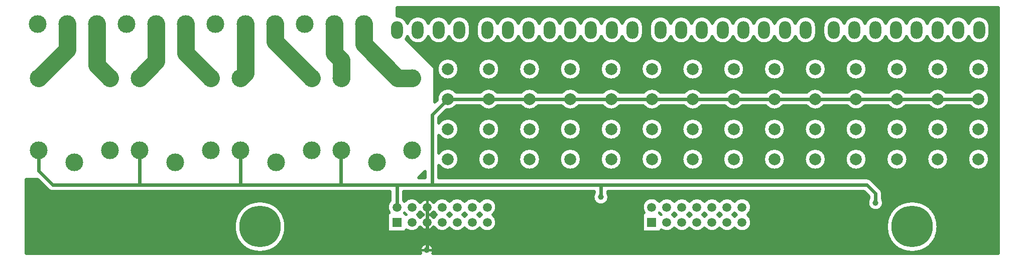
<source format=gbl>
G04 Layer_Physical_Order=2*
G04 Layer_Color=16750848*
%FSLAX42Y42*%
%MOMM*%
G71*
G01*
G75*
%ADD10C,0.50*%
%ADD13C,0.60*%
%ADD15C,3.00*%
%ADD16C,3.00*%
%ADD17C,2.00*%
%ADD18C,1.50*%
%ADD19R,1.50X1.50*%
%ADD20O,2.00X3.00*%
%ADD21C,7.00*%
%ADD22C,1.00*%
%ADD23C,0.40*%
D10*
X435Y0D02*
G03*
X435Y0I-435J0D01*
G01*
X2467Y-54D02*
G03*
X2699Y-4I94J129D01*
G01*
X2927Y-397D02*
G03*
X2710Y-450I-115J0D01*
G01*
X2915D02*
G03*
X2927Y-397I-102J52D01*
G01*
X2699Y-4D02*
G03*
X2930Y-4I115J80D01*
G01*
D02*
G03*
X3196Y-22I139J80D01*
G01*
X2434Y232D02*
G03*
X2463Y202I127J97D01*
G01*
X2699Y155D02*
G03*
X2658Y202I-139J-80D01*
G01*
X2192Y441D02*
G03*
X2177Y235I115J-111D01*
G01*
X2434Y427D02*
G03*
X2422Y441I-127J-97D01*
G01*
X2658Y202D02*
G03*
X2699Y250I-97J127D01*
G01*
Y409D02*
G03*
X2434Y427I-139J-80D01*
G01*
X2756Y202D02*
G03*
X2699Y155I59J-127D01*
G01*
X2930D02*
G03*
X2874Y202I-115J-80D01*
G01*
X2971D02*
G03*
X2930Y155I97J-127D01*
G01*
X3196Y173D02*
G03*
X3166Y202I-127J-97D01*
G01*
X2699Y250D02*
G03*
X2756Y202I115J80D01*
G01*
X2874D02*
G03*
X2930Y250I-59J127D01*
G01*
Y409D02*
G03*
X2699Y409I-115J-80D01*
G01*
X2930Y250D02*
G03*
X2971Y202I139J80D01*
G01*
X3166D02*
G03*
X3196Y232I-97J127D01*
G01*
Y427D02*
G03*
X2930Y409I-127J-97D01*
G01*
X-3576Y626D02*
G03*
X-3495Y593I81J81D01*
G01*
X-3576Y626D02*
G03*
X-3495Y593I81J81D01*
G01*
X3196Y-22D02*
G03*
X3450Y-22I127J97D01*
G01*
X3225Y202D02*
G03*
X3196Y173I97J-127D01*
G01*
X3450D02*
G03*
X3420Y202I-127J-97D01*
G01*
X3450Y-22D02*
G03*
X3704Y-22I127J97D01*
G01*
X3479Y202D02*
G03*
X3450Y173I97J-127D01*
G01*
X3704Y-22D02*
G03*
X3991Y75I127J97D01*
G01*
X3704Y173D02*
G03*
X3674Y202I-127J-97D01*
G01*
X3733D02*
G03*
X3704Y173I97J-127D01*
G01*
X3991Y75D02*
G03*
X3928Y202I-160J0D01*
G01*
X3196Y232D02*
G03*
X3225Y202I127J97D01*
G01*
X3420D02*
G03*
X3450Y232I-97J127D01*
G01*
D02*
G03*
X3479Y202I127J97D01*
G01*
X3450Y427D02*
G03*
X3196Y427I-127J-97D01*
G01*
X3674Y202D02*
G03*
X3704Y232I-97J127D01*
G01*
Y427D02*
G03*
X3450Y427I-127J-97D01*
G01*
X3704Y232D02*
G03*
X3733Y202I127J97D01*
G01*
X3928D02*
G03*
X3991Y329I-97J127D01*
G01*
D02*
G03*
X3704Y427I-160J0D01*
G01*
X5635Y571D02*
G03*
X5885Y500I115J-71D01*
G01*
D02*
G03*
X5865Y571I-135J0D01*
G01*
X6734Y232D02*
G03*
X6763Y202I127J97D01*
G01*
X6734Y427D02*
G03*
X6477Y235I-127J-97D01*
G01*
X6988Y427D02*
G03*
X6734Y427I-127J-97D01*
G01*
X3015Y1037D02*
G03*
X3354Y1140I154J103D01*
G01*
D02*
G03*
X3015Y1244I-185J0D01*
G01*
X4042Y1140D02*
G03*
X4042Y1140I-185J0D01*
G01*
X4731Y1140D02*
G03*
X4731Y1140I-185J0D01*
G01*
X5419D02*
G03*
X5419Y1140I-185J0D01*
G01*
X6107D02*
G03*
X6107Y1140I-185J0D01*
G01*
X6796D02*
G03*
X6796Y1140I-185J0D01*
G01*
X3015Y1545D02*
G03*
X3354Y1648I154J103D01*
G01*
X3147Y1973D02*
G03*
X3314Y2041I21J184D01*
G01*
X3354Y1648D02*
G03*
X3015Y1752I-185J0D01*
G01*
X3314Y2271D02*
G03*
X2985Y2135I-145J-115D01*
G01*
X4042Y1648D02*
G03*
X4042Y1648I-185J0D01*
G01*
X3354Y2664D02*
G03*
X3354Y2664I-185J0D01*
G01*
X4042D02*
G03*
X4042Y2664I-185J0D01*
G01*
X4731Y1648D02*
G03*
X4731Y1648I-185J0D01*
G01*
X4002Y2271D02*
G03*
X3712Y2271I-145J-115D01*
G01*
Y2041D02*
G03*
X4002Y2041I145J115D01*
G01*
X4690Y2271D02*
G03*
X4401Y2271I-145J-115D01*
G01*
Y2041D02*
G03*
X4690Y2041I145J115D01*
G01*
X4731Y2664D02*
G03*
X4731Y2664I-185J0D01*
G01*
X2466Y3172D02*
G03*
X2488Y3215I-153J103D01*
G01*
Y3435D02*
G03*
X2312Y3560I-175J-60D01*
G01*
X2838Y3435D02*
G03*
X2488Y3435I-175J-60D01*
G01*
Y3215D02*
G03*
X2838Y3215I175J60D01*
G01*
X3188Y3435D02*
G03*
X2838Y3435I-175J-60D01*
G01*
Y3215D02*
G03*
X3188Y3215I175J60D01*
G01*
X3188D02*
G03*
X3547Y3275I175J60D01*
G01*
Y3375D02*
G03*
X3188Y3435I-185J0D01*
G01*
X3647Y3275D02*
G03*
X4008Y3215I185J0D01*
G01*
D02*
G03*
X4358Y3215I175J60D01*
G01*
X4358D02*
G03*
X4708Y3215I175J60D01*
G01*
X4008Y3435D02*
G03*
X3647Y3375I-175J-60D01*
G01*
X4358Y3435D02*
G03*
X4008Y3435I-175J-60D01*
G01*
X4708Y3435D02*
G03*
X4358Y3435I-175J-60D01*
G01*
X5419Y1648D02*
G03*
X5419Y1648I-185J0D01*
G01*
X5379Y2271D02*
G03*
X5089Y2271I-145J-115D01*
G01*
Y2041D02*
G03*
X5379Y2041I145J115D01*
G01*
X6107Y1648D02*
G03*
X6107Y1648I-185J0D01*
G01*
X6796Y1648D02*
G03*
X6796Y1648I-185J0D01*
G01*
X6067Y2271D02*
G03*
X5778Y2271I-145J-115D01*
G01*
Y2041D02*
G03*
X6067Y2041I145J115D01*
G01*
X6466D02*
G03*
X6756Y2041I145J115D01*
G01*
Y2271D02*
G03*
X6466Y2271I-145J-115D01*
G01*
X4708Y3215D02*
G03*
X5058Y3215I175J60D01*
G01*
X5419Y2664D02*
G03*
X5419Y2664I-185J0D01*
G01*
X5058Y3215D02*
G03*
X5408Y3215I175J60D01*
G01*
X5408D02*
G03*
X5758Y3215I175J60D01*
G01*
X5058Y3435D02*
G03*
X4708Y3435I-175J-60D01*
G01*
X5408Y3435D02*
G03*
X5058Y3435I-175J-60D01*
G01*
X5758Y3435D02*
G03*
X5408Y3435I-175J-60D01*
G01*
X6107Y2664D02*
G03*
X6107Y2664I-185J0D01*
G01*
X5758Y3215D02*
G03*
X6108Y3215I175J60D01*
G01*
X6796Y2664D02*
G03*
X6796Y2664I-185J0D01*
G01*
X6108Y3215D02*
G03*
X6468Y3275I175J60D01*
G01*
X6568Y3275D02*
G03*
X6928Y3215I185J0D01*
G01*
X6108Y3435D02*
G03*
X5758Y3435I-175J-60D01*
G01*
X6468Y3375D02*
G03*
X6108Y3435I-185J0D01*
G01*
X6928Y3435D02*
G03*
X6568Y3375I-175J-60D01*
G01*
X6767Y-54D02*
G03*
X6988Y-22I94J129D01*
G01*
Y173D02*
G03*
X6958Y202I-127J-97D01*
G01*
X6988Y-22D02*
G03*
X7242Y-22I127J97D01*
G01*
Y173D02*
G03*
X7212Y202I-127J-97D01*
G01*
X7017D02*
G03*
X6988Y173I97J-127D01*
G01*
X7242Y-22D02*
G03*
X7496Y-22I127J97D01*
G01*
X7271Y202D02*
G03*
X7242Y173I97J-127D01*
G01*
X7496Y-22D02*
G03*
X7750Y-22I127J97D01*
G01*
X7496Y173D02*
G03*
X7466Y202I-127J-97D01*
G01*
X7525D02*
G03*
X7496Y173I97J-127D01*
G01*
X6958Y202D02*
G03*
X6988Y232I-97J127D01*
G01*
D02*
G03*
X7017Y202I127J97D01*
G01*
X7212D02*
G03*
X7242Y232I-97J127D01*
G01*
Y427D02*
G03*
X6988Y427I-127J-97D01*
G01*
X7242Y232D02*
G03*
X7271Y202I127J97D01*
G01*
X7496Y427D02*
G03*
X7242Y427I-127J-97D01*
G01*
X7466Y202D02*
G03*
X7496Y232I-97J127D01*
G01*
D02*
G03*
X7525Y202I127J97D01*
G01*
X7750Y427D02*
G03*
X7496Y427I-127J-97D01*
G01*
X7750Y-22D02*
G03*
X8004Y-22I127J97D01*
G01*
D02*
G03*
X8291Y75I127J97D01*
G01*
X7750Y173D02*
G03*
X7720Y202I-127J-97D01*
G01*
D02*
G03*
X7750Y232I-97J127D01*
G01*
X7779Y202D02*
G03*
X7750Y173I97J-127D01*
G01*
Y232D02*
G03*
X7779Y202I127J97D01*
G01*
X7974D02*
G03*
X8004Y232I-97J127D01*
G01*
Y173D02*
G03*
X7974Y202I-127J-97D01*
G01*
X8033D02*
G03*
X8004Y173I97J-127D01*
G01*
X8291Y75D02*
G03*
X8228Y202I-160J0D01*
G01*
X8004Y232D02*
G03*
X8033Y202I127J97D01*
G01*
X8228D02*
G03*
X8291Y329I-97J127D01*
G01*
X8004Y427D02*
G03*
X7750Y427I-127J-97D01*
G01*
X8291Y329D02*
G03*
X8004Y427I-160J0D01*
G01*
X7484Y1140D02*
G03*
X7484Y1140I-185J0D01*
G01*
X8173D02*
G03*
X8173Y1140I-185J0D01*
G01*
X7484Y1648D02*
G03*
X7484Y1648I-185J0D01*
G01*
X8173D02*
G03*
X8173Y1648I-185J0D01*
G01*
X8861Y1140D02*
G03*
X8861Y1140I-185J0D01*
G01*
Y1648D02*
G03*
X8861Y1648I-185J0D01*
G01*
X10268Y476D02*
G03*
X10518Y405I115J-71D01*
G01*
X10498Y560D02*
G03*
X10464Y641I-115J0D01*
G01*
X10498Y560D02*
G03*
X10464Y641I-115J0D01*
G01*
X10518Y405D02*
G03*
X10498Y476I-135J0D01*
G01*
X10316Y789D02*
G03*
X10235Y823I-81J-81D01*
G01*
X10316Y789D02*
G03*
X10235Y823I-81J-81D01*
G01*
X11435Y0D02*
G03*
X11435Y0I-435J0D01*
G01*
X9550Y1140D02*
G03*
X9550Y1140I-185J0D01*
G01*
X10238D02*
G03*
X10238Y1140I-185J0D01*
G01*
X10927D02*
G03*
X10927Y1140I-185J0D01*
G01*
X9550Y1648D02*
G03*
X9550Y1648I-185J0D01*
G01*
X10238D02*
G03*
X10238Y1648I-185J0D01*
G01*
X10927D02*
G03*
X10927Y1648I-185J0D01*
G01*
X11615Y1140D02*
G03*
X11615Y1140I-185J0D01*
G01*
X12304D02*
G03*
X12304Y1140I-185J0D01*
G01*
X11615Y1648D02*
G03*
X11615Y1648I-185J0D01*
G01*
X12304D02*
G03*
X12304Y1648I-185J0D01*
G01*
X7154Y2041D02*
G03*
X7444Y2041I145J115D01*
G01*
Y2271D02*
G03*
X7154Y2271I-145J-115D01*
G01*
X7843Y2041D02*
G03*
X8133Y2041I145J115D01*
G01*
Y2271D02*
G03*
X7843Y2271I-145J-115D01*
G01*
X7484Y2664D02*
G03*
X7484Y2664I-185J0D01*
G01*
X8173D02*
G03*
X8173Y2664I-185J0D01*
G01*
X8531Y2041D02*
G03*
X8821Y2041I145J115D01*
G01*
Y2271D02*
G03*
X8531Y2271I-145J-115D01*
G01*
X9220Y2041D02*
G03*
X9510Y2041I145J115D01*
G01*
Y2271D02*
G03*
X9220Y2271I-145J-115D01*
G01*
X8861Y2664D02*
G03*
X8861Y2664I-185J0D01*
G01*
X9550Y2664D02*
G03*
X9550Y2664I-185J0D01*
G01*
X7278Y3435D02*
G03*
X6928Y3435I-175J-60D01*
G01*
Y3215D02*
G03*
X7278Y3215I175J60D01*
G01*
X7628Y3435D02*
G03*
X7278Y3435I-175J-60D01*
G01*
Y3215D02*
G03*
X7628Y3215I175J60D01*
G01*
X7628D02*
G03*
X7978Y3215I175J60D01*
G01*
Y3435D02*
G03*
X7628Y3435I-175J-60D01*
G01*
X8328Y3435D02*
G03*
X7978Y3435I-175J-60D01*
G01*
Y3215D02*
G03*
X8328Y3215I175J60D01*
G01*
D02*
G03*
X8678Y3215I175J60D01*
G01*
Y3435D02*
G03*
X8328Y3435I-175J-60D01*
G01*
X8678Y3215D02*
G03*
X9028Y3215I175J60D01*
G01*
Y3435D02*
G03*
X8678Y3435I-175J-60D01*
G01*
X9028Y3215D02*
G03*
X9388Y3275I175J60D01*
G01*
Y3375D02*
G03*
X9028Y3435I-185J0D01*
G01*
X9908Y2041D02*
G03*
X10198Y2041I145J115D01*
G01*
Y2271D02*
G03*
X9908Y2271I-145J-115D01*
G01*
X10597Y2041D02*
G03*
X10887Y2041I145J115D01*
G01*
Y2271D02*
G03*
X10597Y2271I-145J-115D01*
G01*
X10238Y2664D02*
G03*
X10238Y2664I-185J0D01*
G01*
X10927Y2664D02*
G03*
X10927Y2664I-185J0D01*
G01*
X11285Y2041D02*
G03*
X11575Y2041I145J115D01*
G01*
X11575Y2271D02*
G03*
X11285Y2271I-145J-115D01*
G01*
X12304Y2156D02*
G03*
X11974Y2271I-185J0D01*
G01*
X11974Y2041D02*
G03*
X12304Y2156I145J115D01*
G01*
X11615Y2664D02*
G03*
X11615Y2664I-185J0D01*
G01*
X12304Y2664D02*
G03*
X12304Y2664I-185J0D01*
G01*
X9493Y3275D02*
G03*
X9853Y3215I185J0D01*
G01*
Y3435D02*
G03*
X9493Y3375I-175J-60D01*
G01*
X9853Y3215D02*
G03*
X10203Y3215I175J60D01*
G01*
Y3435D02*
G03*
X9853Y3435I-175J-60D01*
G01*
X10203Y3215D02*
G03*
X10553Y3215I175J60D01*
G01*
Y3435D02*
G03*
X10203Y3435I-175J-60D01*
G01*
X10553Y3215D02*
G03*
X10903Y3215I175J60D01*
G01*
Y3435D02*
G03*
X10553Y3435I-175J-60D01*
G01*
X10903Y3215D02*
G03*
X11253Y3215I175J60D01*
G01*
Y3435D02*
G03*
X10903Y3435I-175J-60D01*
G01*
X11253Y3215D02*
G03*
X11603Y3215I175J60D01*
G01*
Y3435D02*
G03*
X11253Y3435I-175J-60D01*
G01*
X11603Y3215D02*
G03*
X11953Y3215I175J60D01*
G01*
X11953D02*
G03*
X12313Y3275I175J60D01*
G01*
X11953Y3435D02*
G03*
X11603Y3435I-175J-60D01*
G01*
X12313Y3375D02*
G03*
X11953Y3435I-185J0D01*
G01*
X-2750Y-450D02*
Y593D01*
X-2700Y-450D02*
Y593D01*
X-3000Y-450D02*
Y593D01*
X-2950Y-450D02*
Y593D01*
X-2550Y-450D02*
Y593D01*
X-2500Y-450D02*
Y593D01*
X-2650Y-450D02*
Y593D01*
X-2600Y-450D02*
Y593D01*
X-3350Y-450D02*
Y593D01*
X-3300Y-450D02*
Y593D01*
X-3450Y-450D02*
Y593D01*
X-3400Y-450D02*
Y593D01*
X-3100Y-450D02*
Y593D01*
X-3050Y-450D02*
Y593D01*
X-3250Y-450D02*
Y593D01*
X-3150Y-450D02*
Y593D01*
X-3200Y-450D02*
Y593D01*
X-100Y-450D02*
Y-423D01*
X-50Y-450D02*
Y-432D01*
X-150Y-450D02*
Y-408D01*
X-3950Y-450D02*
X2710D01*
X150D02*
Y-408D01*
X200Y-450D02*
Y-386D01*
X-0Y-450D02*
Y-435D01*
X50Y-450D02*
Y-432D01*
X100Y-450D02*
Y-423D01*
X-2350Y-450D02*
Y593D01*
X-500Y-450D02*
Y593D01*
X-2450Y-450D02*
Y593D01*
X-2400Y-450D02*
Y593D01*
X250Y-450D02*
Y-356D01*
X300Y-450D02*
Y-315D01*
X-450Y-450D02*
Y593D01*
X-300Y-450D02*
Y-315D01*
X-400Y-450D02*
Y-171D01*
X-3950Y-250D02*
X-356D01*
X-3950Y-300D02*
X-315D01*
X-3950Y-150D02*
X-408D01*
X-3950Y-200D02*
X-386D01*
X-3950Y-100D02*
X-423D01*
X-350Y-450D02*
Y-258D01*
X-3950Y-0D02*
X-435D01*
X-3950Y-50D02*
X-432D01*
X-3950Y50D02*
X-432D01*
X-3950Y100D02*
X-423D01*
X-3950Y150D02*
X-408D01*
X-3950Y200D02*
X-386D01*
X-3950Y250D02*
X-356D01*
X-400Y171D02*
Y593D01*
X-350Y258D02*
Y593D01*
X-2035D02*
X-330D01*
X-3950Y300D02*
X-315D01*
X-300Y315D02*
Y593D01*
X-250Y-450D02*
Y-356D01*
X-200Y-450D02*
Y-386D01*
X-3950Y-350D02*
X-258D01*
X-3950Y-400D02*
X-171D01*
X350Y-450D02*
Y-258D01*
X171Y-400D02*
X2698D01*
X356Y250D02*
X2168D01*
X258Y-350D02*
X2708D01*
X315Y-300D02*
X2751D01*
X-3950Y350D02*
X-258D01*
X-3950Y400D02*
X-171D01*
X-3950Y550D02*
X2192D01*
X-3950Y450D02*
X2192D01*
X315Y300D02*
X2149D01*
X258Y350D02*
X2148D01*
X171Y400D02*
X2163D01*
X-3950Y500D02*
X2192D01*
X2200Y-450D02*
Y-85D01*
X2250Y-450D02*
Y-85D01*
X400Y-450D02*
Y-171D01*
X2150Y-450D02*
Y-85D01*
X2400Y-450D02*
Y-85D01*
X2450Y-450D02*
Y-85D01*
X2300Y-450D02*
Y-85D01*
X2350Y-450D02*
Y-85D01*
X2467D02*
Y-54D01*
X2147Y-85D02*
Y235D01*
Y-85D02*
X2467D01*
X2500Y-450D02*
Y-73D01*
X2550Y-450D02*
Y-84D01*
X2600Y-450D02*
Y-80D01*
X2650Y-450D02*
Y-57D01*
X2700Y-374D02*
Y-5D01*
Y-450D02*
Y-421D01*
X3050Y-450D02*
Y-84D01*
X3100Y-450D02*
Y-81D01*
X3000Y-450D02*
Y-69D01*
X2750Y-301D02*
Y-49D01*
X2850Y-289D02*
Y-60D01*
X2800Y-283D02*
Y-64D01*
X2950Y-450D02*
Y-32D01*
X3150Y-450D02*
Y-62D01*
X2900Y-323D02*
Y-36D01*
X3200Y-450D02*
Y-27D01*
X423Y100D02*
X2147D01*
X432Y-50D02*
X2147D01*
X386Y200D02*
X2147D01*
X408Y150D02*
X2147D01*
X432Y50D02*
X2147D01*
X435Y-0D02*
X2147D01*
X2661Y200D02*
X2751D01*
X2147Y235D02*
X2177D01*
X2150D02*
Y297D01*
X2700Y156D02*
Y249D01*
X2422Y450D02*
X2455D01*
X2666D02*
X2743D01*
X2660Y-50D02*
X2752D01*
X2877D02*
X2969D01*
X2900Y186D02*
Y218D01*
X2878Y200D02*
X2968D01*
X2950Y183D02*
Y222D01*
X2886Y450D02*
X2963D01*
X-2850Y-450D02*
Y593D01*
X-2800Y-450D02*
Y593D01*
X-3500Y-450D02*
Y593D01*
X-2900Y-450D02*
Y593D01*
X-2200Y-450D02*
Y593D01*
X-2150Y-450D02*
Y593D01*
X-2300Y-450D02*
Y593D01*
X-2250Y-450D02*
Y593D01*
X-3850Y-450D02*
Y800D01*
X-3800Y-450D02*
Y800D01*
X-3950Y-450D02*
Y800D01*
X-3900Y-450D02*
Y800D01*
X-3600Y-450D02*
Y650D01*
X-3550Y-450D02*
Y607D01*
X-3750Y-450D02*
Y800D01*
X-3650Y-450D02*
Y700D01*
X-3700Y-450D02*
Y750D01*
X-1550Y-450D02*
Y593D01*
X-1500Y-450D02*
Y593D01*
X-1650Y-450D02*
Y593D01*
X-1600Y-450D02*
Y593D01*
X-850Y-450D02*
Y593D01*
X-800Y-450D02*
Y593D01*
X-1450Y-450D02*
Y593D01*
X-900Y-450D02*
Y593D01*
X-950Y-450D02*
Y593D01*
X-2000Y-450D02*
Y593D01*
X-1950Y-450D02*
Y593D01*
X-2100Y-450D02*
Y593D01*
X-2050Y-450D02*
Y593D01*
X-1750Y-450D02*
Y593D01*
X-1700Y-450D02*
Y593D01*
X-1900Y-450D02*
Y593D01*
X-1800Y-450D02*
Y593D01*
X-1850Y-450D02*
Y593D01*
X-1350Y-450D02*
Y593D01*
X-1300Y-450D02*
Y593D01*
X-3495D02*
X-2035D01*
X-1400Y-450D02*
Y593D01*
X-1100Y-450D02*
Y593D01*
X-1050Y-450D02*
Y593D01*
X-1250Y-450D02*
Y593D01*
X-1150Y-450D02*
Y593D01*
X-1200Y-450D02*
Y593D01*
X-3950Y650D02*
X-3600D01*
X-3950Y600D02*
X-3536D01*
X-3950Y750D02*
X-3700D01*
X-3950Y700D02*
X-3650D01*
X-3950Y800D02*
X-3750D01*
X-3950Y800D02*
X-3750D01*
X-3750Y800D02*
X-3576Y626D01*
X-100Y423D02*
Y593D01*
X-50Y432D02*
Y593D01*
X-0Y435D02*
Y593D01*
X-330D02*
X1365D01*
X200Y386D02*
Y593D01*
X250Y356D02*
Y593D01*
X50Y432D02*
Y593D01*
X150Y408D02*
Y593D01*
X100Y423D02*
Y593D01*
X-700Y-450D02*
Y593D01*
X-650Y-450D02*
Y593D01*
X-1000Y-450D02*
Y593D01*
X-750Y-450D02*
Y593D01*
X-600Y-450D02*
Y593D01*
X-550Y-450D02*
Y593D01*
X-250Y356D02*
Y593D01*
X-150Y408D02*
Y593D01*
X-200Y386D02*
Y593D01*
X950Y-450D02*
Y593D01*
X1000Y-450D02*
Y593D01*
X850Y-450D02*
Y593D01*
X900Y-450D02*
Y593D01*
X1150Y-450D02*
Y593D01*
X1200Y-450D02*
Y593D01*
X1050Y-450D02*
Y593D01*
X1100Y-450D02*
Y593D01*
X500Y-450D02*
Y593D01*
X550Y-450D02*
Y593D01*
X400Y171D02*
Y593D01*
X450Y-450D02*
Y593D01*
X750Y-450D02*
Y593D01*
X800Y-450D02*
Y593D01*
X600Y-450D02*
Y593D01*
X700Y-450D02*
Y593D01*
X650Y-450D02*
Y593D01*
X1800Y-450D02*
Y593D01*
X1850Y-450D02*
Y593D01*
X1700Y-450D02*
Y593D01*
X1750Y-450D02*
Y593D01*
X2050Y-450D02*
Y593D01*
X2100Y-450D02*
Y593D01*
X1900Y-450D02*
Y593D01*
X2000Y-450D02*
Y593D01*
X1950Y-450D02*
Y593D01*
X1350Y-450D02*
Y593D01*
X1400Y-450D02*
Y593D01*
X1250Y-450D02*
Y593D01*
X1300Y-450D02*
Y593D01*
X1600Y-450D02*
Y593D01*
X1650Y-450D02*
Y593D01*
X1450Y-450D02*
Y593D01*
X1550Y-450D02*
Y593D01*
X1500Y-450D02*
Y593D01*
X300Y315D02*
Y593D01*
X350Y258D02*
Y593D01*
X2150Y362D02*
Y593D01*
X1365D02*
X2192D01*
Y441D02*
Y593D01*
X2422Y441D02*
Y593D01*
X2450Y445D02*
Y593D01*
X2550Y489D02*
Y593D01*
X2500Y477D02*
Y593D01*
X2600Y484D02*
Y593D01*
X2650Y462D02*
Y593D01*
X2673Y823D02*
X2785D01*
X2673D02*
X2785Y935D01*
X2700Y410D02*
Y593D01*
X2750Y454D02*
Y593D01*
X2700Y823D02*
Y850D01*
X2750Y823D02*
Y900D01*
X2785Y823D02*
Y935D01*
X2850Y465D02*
Y593D01*
X2900Y440D02*
Y593D01*
X2800Y469D02*
Y593D01*
X2422D02*
X2900D01*
X2950Y437D02*
Y593D01*
X3150Y467D02*
Y593D01*
X3000Y474D02*
Y593D01*
X3100Y486D02*
Y593D01*
X3050Y488D02*
Y593D01*
X2750Y900D02*
X2785D01*
X2700Y850D02*
X2785D01*
X3015Y1244D02*
Y1545D01*
Y1000D02*
X3048D01*
X3150Y823D02*
Y956D01*
X3200Y823D02*
Y958D01*
X3015Y823D02*
Y1037D01*
X3100Y823D02*
Y969D01*
X3050Y823D02*
Y998D01*
X3350Y-450D02*
Y-82D01*
X3400Y-450D02*
Y-65D01*
X3250Y-450D02*
Y-67D01*
X3300Y-450D02*
Y-83D01*
X3600Y-450D02*
Y-83D01*
X3650Y-450D02*
Y-67D01*
X3500Y-450D02*
Y-65D01*
X3550Y-450D02*
Y-82D01*
X3168Y-50D02*
X3223D01*
X3450Y-450D02*
Y-22D01*
X3700Y-450D02*
Y-26D01*
X3422Y-50D02*
X3477D01*
X386Y-200D02*
X10614D01*
X356Y-250D02*
X10644D01*
X423Y-100D02*
X10577D01*
X408Y-150D02*
X10592D01*
X3850Y-450D02*
Y-83D01*
X2915Y-450D02*
X12450D01*
X2874Y-300D02*
X10685D01*
X2927Y-400D02*
X10829D01*
X2917Y-350D02*
X10742D01*
X3676Y-50D02*
X3731D01*
X3750Y-450D02*
Y-63D01*
X3800Y-450D02*
Y-82D01*
X3900Y-450D02*
Y-69D01*
X3930Y-50D02*
X6447D01*
X3200Y178D02*
Y227D01*
X3169Y200D02*
X3222D01*
X3174Y450D02*
X3217D01*
X3450Y173D02*
Y232D01*
X3423Y200D02*
X3476D01*
X3428Y450D02*
X3471D01*
X3250Y472D02*
Y593D01*
X3300Y488D02*
Y593D01*
X3350Y487D02*
Y593D01*
X3400Y469D02*
Y593D01*
X3500Y470D02*
Y593D01*
X3550Y487D02*
Y593D01*
X3650Y472D02*
Y593D01*
X3600Y488D02*
Y593D01*
X3677Y200D02*
X3730D01*
X3682Y450D02*
X3725D01*
X3700Y177D02*
Y228D01*
X3931Y200D02*
X6447D01*
X3936Y450D02*
X5625D01*
X3700Y431D02*
Y593D01*
X2422Y500D02*
X5615D01*
X2422Y550D02*
X5625D01*
X2900Y593D02*
X5635D01*
X3750Y468D02*
Y593D01*
X3800Y486D02*
Y593D01*
X3900Y474D02*
Y593D01*
X3850Y488D02*
Y593D01*
X4050Y-450D02*
Y593D01*
X4100Y-450D02*
Y593D01*
X3950Y-450D02*
Y-31D01*
X4000Y-450D02*
Y593D01*
X4250Y-450D02*
Y593D01*
X4300Y-450D02*
Y593D01*
X4150Y-450D02*
Y593D01*
X4200Y-450D02*
Y593D01*
X4450Y-450D02*
Y593D01*
X4500Y-450D02*
Y593D01*
X4350Y-450D02*
Y593D01*
X4400Y-450D02*
Y593D01*
X4700Y-450D02*
Y593D01*
X4750Y-450D02*
Y593D01*
X4550Y-450D02*
Y593D01*
X4650Y-450D02*
Y593D01*
X4600Y-450D02*
Y593D01*
X4950Y-450D02*
Y593D01*
X5000Y-450D02*
Y593D01*
X4800Y-450D02*
Y593D01*
X4850Y-450D02*
Y593D01*
X5700Y-450D02*
Y375D01*
X6450Y-450D02*
Y-85D01*
X5050Y-450D02*
Y593D01*
X5650Y-450D02*
Y409D01*
X5100Y-450D02*
Y593D01*
X5200Y-450D02*
Y593D01*
X5250Y-450D02*
Y593D01*
X4900Y-450D02*
Y593D01*
X5150Y-450D02*
Y593D01*
X6300Y-450D02*
Y593D01*
X6350Y-450D02*
Y593D01*
X5300Y-450D02*
Y593D01*
X6200Y-450D02*
Y593D01*
X6100Y-450D02*
Y593D01*
X3972Y150D02*
X6447D01*
X3972Y-0D02*
X6447D01*
X3950Y182D02*
Y223D01*
X3988Y300D02*
X6449D01*
X3989Y50D02*
X6447D01*
Y-85D02*
Y235D01*
X3989Y100D02*
X6447D01*
X6450Y235D02*
Y297D01*
X3989Y350D02*
X6448D01*
X5750Y-450D02*
Y365D01*
X3950Y436D02*
Y593D01*
X3974Y400D02*
X5659D01*
X5800Y-450D02*
Y375D01*
X5850Y-450D02*
Y409D01*
X5841Y400D02*
X6463D01*
X5950Y-450D02*
Y593D01*
X6500Y-450D02*
Y-85D01*
X6550Y-450D02*
Y-85D01*
X6447Y235D02*
X6477D01*
X6447Y-85D02*
X6767D01*
X6600Y-450D02*
Y-85D01*
X6650Y-450D02*
Y-85D01*
X6700Y-450D02*
Y-85D01*
X6750Y-450D02*
Y-85D01*
X3970Y250D02*
X6468D01*
X5875Y450D02*
X6501D01*
X5865Y593D02*
X10187D01*
X5875Y550D02*
X10230D01*
X6600Y489D02*
Y593D01*
X6712Y450D02*
X6755D01*
X5885Y500D02*
X10268D01*
X3200Y432D02*
Y593D01*
X3450Y427D02*
Y593D01*
X3300Y823D02*
Y1010D01*
X3750Y823D02*
Y990D01*
X3900Y823D02*
Y960D01*
X3950Y823D02*
Y980D01*
X3800Y823D02*
Y964D01*
X3850Y823D02*
Y956D01*
X3450Y823D02*
Y2041D01*
X3500Y823D02*
Y2041D01*
X3350Y823D02*
Y1104D01*
X3400Y823D02*
Y2041D01*
X3700Y823D02*
Y1043D01*
X4000Y823D02*
Y1023D01*
X3550Y823D02*
Y2041D01*
X3650Y823D02*
Y2041D01*
X3600Y823D02*
Y2041D01*
X4100Y823D02*
Y2041D01*
X4250Y823D02*
Y2041D01*
X4050Y823D02*
Y2041D01*
X3015Y823D02*
X5750D01*
X5050D02*
Y1121D01*
X5100Y823D02*
Y1013D01*
X4300Y823D02*
Y2041D01*
X4550Y823D02*
Y955D01*
X4700Y823D02*
Y1039D01*
X4350Y823D02*
Y2041D01*
X4750Y823D02*
Y2041D01*
X4150Y823D02*
Y2041D01*
X4200Y823D02*
Y2041D01*
X4950Y823D02*
Y2041D01*
X5000Y823D02*
Y2041D01*
X4800Y823D02*
Y2041D01*
X4900Y823D02*
Y2041D01*
X4850Y823D02*
Y2041D01*
X3250Y823D02*
Y974D01*
X3330Y1050D02*
X3696D01*
X3289Y1000D02*
X3737D01*
X4018Y1050D02*
X4384D01*
X4400Y823D02*
Y1026D01*
X3353Y1150D02*
X3672D01*
X4038Y1100D02*
X4365D01*
X3349D02*
X3677D01*
X3350Y1177D02*
Y1612D01*
X3344Y1200D02*
X3682D01*
X3318Y1250D02*
X3708D01*
X4042Y1150D02*
X4361D01*
X3700Y1238D02*
Y1551D01*
X4032Y1200D02*
X4370D01*
X4006Y1250D02*
X4396D01*
X3015Y900D02*
X12450D01*
X3015Y850D02*
X12450D01*
X3978Y1000D02*
X4425D01*
X3015Y950D02*
X12450D01*
X4450Y823D02*
Y982D01*
X4500Y823D02*
Y961D01*
X4600Y823D02*
Y964D01*
X4650Y823D02*
Y988D01*
X4666Y1000D02*
X5114D01*
X4707Y1050D02*
X5073D01*
X4700Y1242D02*
Y1547D01*
X4695Y1250D02*
X5085D01*
X4726Y1100D02*
X5053D01*
X4730Y1150D02*
X5049D01*
X4721Y1200D02*
X5059D01*
X5050Y1160D02*
Y1629D01*
X5350Y-450D02*
Y593D01*
X5400Y-450D02*
Y593D01*
X5200Y823D02*
Y959D01*
X5250Y823D02*
Y956D01*
X5450Y-450D02*
Y593D01*
X5500Y-450D02*
Y593D01*
X5550Y-450D02*
Y593D01*
X5635Y571D02*
Y593D01*
X5600Y-450D02*
Y593D01*
X5350Y823D02*
Y996D01*
X5400Y823D02*
Y1059D01*
X5150Y823D02*
Y976D01*
X5300Y823D02*
Y968D01*
X5650Y823D02*
Y2041D01*
X5700Y823D02*
Y2041D01*
X5500Y823D02*
Y2041D01*
X5600Y823D02*
Y2041D01*
X5550Y823D02*
Y2041D01*
X6000Y-450D02*
Y593D01*
X6050Y-450D02*
Y593D01*
X5865Y571D02*
Y593D01*
X5900Y-450D02*
Y593D01*
X6150Y-450D02*
Y593D01*
X6250Y-450D02*
Y593D01*
X6400Y-450D02*
Y593D01*
X6700Y459D02*
Y593D01*
X6650Y483D02*
Y593D01*
X5800Y823D02*
Y1002D01*
X5850Y823D02*
Y970D01*
X5750Y823D02*
Y1073D01*
X5750Y823D02*
X10235D01*
X6450Y362D02*
Y593D01*
X6750Y445D02*
Y593D01*
X5900Y823D02*
Y957D01*
X6550Y479D02*
Y593D01*
X6500Y449D02*
Y593D01*
X5395Y1050D02*
X5761D01*
X5354Y1000D02*
X5802D01*
X5415Y1100D02*
X5742D01*
X5409Y1200D02*
X5747D01*
X6050Y823D02*
Y1006D01*
X6100Y823D02*
Y1088D01*
X5419Y1150D02*
X5738D01*
X5950Y823D02*
Y957D01*
X6000Y823D02*
Y972D01*
X5450Y823D02*
Y2041D01*
X5400Y1222D02*
Y1567D01*
X5383Y1250D02*
X5773D01*
X6200Y823D02*
Y2041D01*
X6250Y823D02*
Y2041D01*
X5750Y1207D02*
Y1581D01*
X6100Y1192D02*
Y1596D01*
X6150Y823D02*
Y2041D01*
X6500Y823D02*
Y992D01*
X6550Y823D02*
Y966D01*
X6450Y823D02*
Y1049D01*
X6043Y1000D02*
X6490D01*
X6600Y823D02*
Y956D01*
X6650Y823D02*
Y960D01*
X6700Y823D02*
Y978D01*
X6731Y1000D02*
X7179D01*
X6750Y823D02*
Y1018D01*
X6103Y1100D02*
X6430D01*
X6084Y1050D02*
X6450D01*
X6107Y1150D02*
X6426D01*
X6098Y1200D02*
X6436D01*
X6300Y823D02*
Y2041D01*
X6350Y823D02*
Y2041D01*
X6400Y823D02*
Y2041D01*
X6450Y1232D02*
Y1557D01*
X3050Y1282D02*
Y1506D01*
X3015Y1300D02*
X3075D01*
X3015Y1500D02*
X3058D01*
X3015Y1800D02*
X3063D01*
X3100Y1312D02*
Y1477D01*
X3250Y1307D02*
Y1482D01*
X3150Y1324D02*
Y1464D01*
X3200Y1323D02*
Y1466D01*
X3015Y1752D02*
Y1840D01*
X3147Y1973D01*
X2950Y2100D02*
Y2150D01*
Y2100D02*
X2985Y2135D01*
X3050Y1790D02*
Y1875D01*
X3250Y1815D02*
Y1990D01*
X3100Y1820D02*
Y1925D01*
X3150Y1832D02*
Y1972D01*
X3200Y1831D02*
Y1974D01*
X3300Y1271D02*
Y1518D01*
X3262Y1300D02*
X3763D01*
X3279Y1500D02*
X3747D01*
X3347Y1600D02*
X3679D01*
X3325Y1550D02*
X3700D01*
X3354Y1650D02*
X3672D01*
X3346Y1700D02*
X3679D01*
X3323Y1750D02*
X3702D01*
X3267Y2000D02*
X3758D01*
X3350Y1685D02*
Y2041D01*
X3300Y1779D02*
Y2026D01*
X3275Y1800D02*
X3751D01*
X3314Y2041D02*
X3712D01*
X2950Y2150D02*
X2984D01*
X2950Y2200D02*
X2989D01*
X2950Y2250D02*
X3009D01*
X2950Y2300D02*
X3052D01*
X3000Y2233D02*
Y2588D01*
X3050Y2298D02*
Y2522D01*
X2950Y2550D02*
X3023D01*
X3100Y2328D02*
Y2493D01*
X2950Y2500D02*
X3084D01*
X2938Y2700D02*
X2987D01*
X2888Y2750D02*
X3005D01*
X2650Y2988D02*
Y3090D01*
X2838Y2800D02*
X3043D01*
X2950Y2150D02*
X2950Y2688D01*
Y2600D02*
X2995D01*
X2950Y2650D02*
X2984D01*
X3000Y2741D02*
Y3090D01*
X3050Y2806D02*
Y3094D01*
X3200Y2339D02*
Y2482D01*
X3250Y2323D02*
Y2498D01*
X3150Y2340D02*
Y2480D01*
X3253Y2500D02*
X3772D01*
X3300Y2287D02*
Y2534D01*
X3314Y2271D02*
X3712D01*
X3342Y2600D02*
X3684D01*
X3285Y2300D02*
X3740D01*
X3314Y2550D02*
X3712D01*
X3350Y2701D02*
Y3090D01*
X3333Y2750D02*
X3693D01*
X3294Y2800D02*
X3731D01*
X3350Y2271D02*
Y2628D01*
X3400Y2271D02*
Y3094D01*
X3353Y2650D02*
X3673D01*
X3350Y2700D02*
X3676D01*
X3750Y1291D02*
Y1498D01*
X3800Y1316D02*
Y1472D01*
X3850Y1325D02*
Y1464D01*
X3900Y1320D02*
Y1468D01*
X3950Y1300D02*
Y1488D01*
X4000Y1258D02*
Y1531D01*
X4036Y1600D02*
X4367D01*
X4014Y1550D02*
X4389D01*
X3700Y1746D02*
Y2041D01*
X3750Y1799D02*
Y2006D01*
X3800Y1824D02*
Y1980D01*
X3850Y1833D02*
Y1972D01*
X4042Y1650D02*
X4361D01*
X4035Y1700D02*
X4368D01*
X3900Y1828D02*
Y1976D01*
X3950Y1808D02*
Y1996D01*
X4000Y1766D02*
Y2039D01*
X4400Y1255D02*
Y1534D01*
X3951Y1300D02*
X4452D01*
X4012Y1750D02*
X4391D01*
X3968Y1500D02*
X4435D01*
X4450Y1299D02*
Y1490D01*
X4650Y1293D02*
Y1496D01*
X4500Y1320D02*
Y1469D01*
X4550Y1325D02*
Y1463D01*
X4600Y1317D02*
Y1472D01*
X4400Y1763D02*
Y2041D01*
X3963Y1800D02*
X4439D01*
X4450Y1807D02*
Y1998D01*
X4650Y1801D02*
Y2004D01*
X4700Y1750D02*
Y2041D01*
X4500Y1828D02*
Y1977D01*
X4550Y1833D02*
Y1971D01*
X4600Y1825D02*
Y1980D01*
X3750Y2307D02*
Y2514D01*
X3800Y2332D02*
Y2488D01*
X4000Y2274D02*
Y2547D01*
X4400Y2271D02*
Y2550D01*
X3850Y2341D02*
Y2480D01*
X3900Y2336D02*
Y2484D01*
X3950Y2316D02*
Y2504D01*
X3700Y2271D02*
Y2567D01*
X4021Y2750D02*
X4382D01*
X3800Y2840D02*
Y3093D01*
X3850Y2849D02*
Y3091D01*
X4150Y2271D02*
Y3093D01*
X4200Y2271D02*
Y3091D01*
X4042Y2650D02*
X4361D01*
X4030Y2600D02*
X4372D01*
X4039Y2700D02*
X4364D01*
X4002Y2041D02*
X4401D01*
X3956Y2000D02*
X4447D01*
X4002Y2271D02*
X4401D01*
X3974Y2300D02*
X4429D01*
X4500Y2336D02*
Y2485D01*
X4550Y2341D02*
Y2479D01*
X4600Y2333D02*
Y2488D01*
X3942Y2500D02*
X4461D01*
X4002Y2550D02*
X4400D01*
X3983Y2800D02*
X4420D01*
X4650Y2309D02*
Y2512D01*
X4700Y2271D02*
Y2563D01*
X4450Y2315D02*
Y2506D01*
X4550Y2849D02*
Y3091D01*
X4500Y2844D02*
Y3093D01*
X2550Y3088D02*
Y3128D01*
X2600Y3038D02*
Y3101D01*
X2488Y3150D02*
X2526D01*
X2538Y3100D02*
X2603D01*
X2750Y2888D02*
Y3112D01*
X2900Y2738D02*
Y3128D01*
X2700Y2938D02*
Y3094D01*
X2799Y3150D02*
X2876D01*
X2482Y3200D02*
X2493D01*
X2800Y2838D02*
Y3151D01*
X2850Y2788D02*
Y3187D01*
X2500Y3138D02*
Y3187D01*
X2832Y3200D02*
X2843D01*
X2950Y2688D02*
Y3101D01*
X3100Y2836D02*
Y3112D01*
X2722Y3100D02*
X2953D01*
X3072D02*
X3303D01*
X3300Y2795D02*
Y3101D01*
X3450Y2271D02*
Y3112D01*
X3149Y3150D02*
X3226D01*
X3422Y3100D02*
X3773D01*
X3250Y2831D02*
Y3128D01*
X2466Y3172D02*
X2950Y2688D01*
X3150Y2848D02*
Y3151D01*
X3200Y2847D02*
Y3187D01*
X3182Y3200D02*
X3193D01*
X3499Y3150D02*
X3696D01*
X2450Y3499D02*
Y3700D01*
X2449Y3500D02*
X2526D01*
X2312Y3560D02*
Y3700D01*
X2373Y3550D02*
X2602D01*
X2482Y3450D02*
X2493D01*
X2832D02*
X2843D01*
X2500Y3463D02*
Y3700D01*
X2799Y3500D02*
X2876D01*
X2900Y3522D02*
Y3700D01*
X2400Y3538D02*
Y3700D01*
X2550Y3522D02*
Y3700D01*
X2350Y3556D02*
Y3700D01*
X2600Y3549D02*
Y3700D01*
X2800Y3499D02*
Y3700D01*
X2850Y3463D02*
Y3700D01*
X2650Y3560D02*
Y3700D01*
X2750Y3538D02*
Y3700D01*
X2700Y3556D02*
Y3700D01*
X2950Y3549D02*
Y3700D01*
X3100Y3538D02*
Y3700D01*
X2723Y3550D02*
X2952D01*
X3073D02*
X3302D01*
X3150Y3499D02*
Y3700D01*
X3182Y3450D02*
X3193D01*
X3149Y3500D02*
X3226D01*
X3499D02*
X3696D01*
X3423Y3550D02*
X3772D01*
X3200Y3463D02*
Y3700D01*
X3250Y3522D02*
Y3700D01*
X3000Y3560D02*
Y3700D01*
X3050Y3556D02*
Y3700D01*
X3450Y3538D02*
Y3700D01*
X3500Y3499D02*
Y3700D01*
X3300Y3549D02*
Y3700D01*
X3400Y3556D02*
Y3700D01*
X3350Y3560D02*
Y3700D01*
X3500Y2271D02*
Y3151D01*
X3700Y2762D02*
Y3146D01*
X3532Y3200D02*
X3663D01*
X3750Y2815D02*
Y3109D01*
X3950Y2824D02*
Y3132D01*
X4000Y2782D02*
Y3196D01*
X3900Y2844D02*
Y3103D01*
X3969Y3150D02*
X4046D01*
X4002Y3200D02*
X4013D01*
X3547Y3275D02*
Y3375D01*
X3546Y3250D02*
X3649D01*
X3547Y3350D02*
X3647D01*
X3547Y3300D02*
X3647D01*
X3550Y2271D02*
Y3700D01*
X3600Y2271D02*
Y3700D01*
X3647Y3275D02*
Y3375D01*
X3650Y2271D02*
Y3245D01*
X4050Y2271D02*
Y3146D01*
X4100Y2271D02*
Y3109D01*
X3892Y3100D02*
X4123D01*
X4242D02*
X4473D01*
X4250Y2271D02*
Y3103D01*
X4300Y2271D02*
Y3132D01*
X4450Y2823D02*
Y3109D01*
X4600Y2841D02*
Y3103D01*
X4650Y2817D02*
Y3132D01*
X4350Y2271D02*
Y3196D01*
X4352Y3200D02*
X4363D01*
X4319Y3150D02*
X4396D01*
X4400Y2779D02*
Y3146D01*
X4700Y2766D02*
Y3196D01*
X4669Y3150D02*
X4746D01*
X4702Y3200D02*
X4713D01*
X3546Y3400D02*
X3649D01*
X3532Y3450D02*
X3663D01*
X3750Y3541D02*
Y3700D01*
X4002Y3450D02*
X4013D01*
X3969Y3500D02*
X4046D01*
X3800Y3557D02*
Y3700D01*
X3893Y3550D02*
X4122D01*
X3850Y3559D02*
Y3700D01*
X3650Y3405D02*
Y3700D01*
X3700Y3504D02*
Y3700D01*
X3900Y3547D02*
Y3700D01*
X3950Y3518D02*
Y3700D01*
X4000Y3454D02*
Y3700D01*
X4050Y3504D02*
Y3700D01*
X4100Y3541D02*
Y3700D01*
X4200Y3559D02*
Y3700D01*
X4150Y3557D02*
Y3700D01*
X4319Y3500D02*
X4396D01*
X4250Y3547D02*
Y3700D01*
X4243Y3550D02*
X4472D01*
X4352Y3450D02*
X4363D01*
X4400Y3504D02*
Y3700D01*
X4702Y3450D02*
X4713D01*
X4669Y3500D02*
X4746D01*
X4300Y3518D02*
Y3700D01*
X4350Y3454D02*
Y3700D01*
X4450Y3541D02*
Y3700D01*
X4500Y3557D02*
Y3700D01*
X4700Y3454D02*
Y3700D01*
X4750Y3504D02*
Y3700D01*
X4550Y3559D02*
Y3700D01*
X4650Y3518D02*
Y3700D01*
X4600Y3547D02*
Y3700D01*
X4656Y1500D02*
X5124D01*
X4639Y1300D02*
X5140D01*
X4724Y1600D02*
X5055D01*
X4702Y1550D02*
X5077D01*
X5100Y1268D02*
Y1521D01*
X5150Y1305D02*
Y1484D01*
X5200Y1322D02*
Y1467D01*
X5250Y1325D02*
Y1464D01*
X4731Y1650D02*
X5049D01*
X4723Y1700D02*
X5056D01*
X4700Y1750D02*
X5079D01*
X4652Y1800D02*
X5128D01*
X5050Y1668D02*
Y2041D01*
X5100Y1776D02*
Y2029D01*
X5150Y1813D02*
Y1992D01*
X5250Y1833D02*
Y1972D01*
X5200Y1830D02*
Y1975D01*
X5300Y1313D02*
Y1476D01*
X3015Y1350D02*
X12450D01*
X3015Y1450D02*
X12450D01*
X3015Y1400D02*
X12450D01*
X5350Y1285D02*
Y1504D01*
X5328Y1300D02*
X5829D01*
X5413Y1600D02*
X5744D01*
X5344Y1500D02*
X5812D01*
X5391Y1550D02*
X5766D01*
X5340Y1800D02*
X5816D01*
X5300Y1821D02*
Y1984D01*
X3025Y1850D02*
X12450D01*
X5419Y1650D02*
X5737D01*
X5412Y1700D02*
X5745D01*
X5350Y1793D02*
Y2012D01*
X5389Y1750D02*
X5768D01*
X5400Y1730D02*
Y2041D01*
X4690D02*
X5089D01*
X4644Y2000D02*
X5135D01*
X4690Y2271D02*
X5089D01*
X4662Y2300D02*
X5117D01*
X5150Y2321D02*
Y2500D01*
X5200Y2338D02*
Y2483D01*
X5250Y2341D02*
Y2480D01*
X5300Y2329D02*
Y2492D01*
X4691Y2550D02*
X5089D01*
X4630Y2500D02*
X5149D01*
X4719Y2600D02*
X5061D01*
X4710Y2750D02*
X5070D01*
X5050Y2271D02*
Y2645D01*
X5100Y2284D02*
Y2537D01*
X4730Y2650D02*
X5050D01*
X5350Y2301D02*
Y2520D01*
X4727Y2700D02*
X5052D01*
X3125Y1950D02*
X12450D01*
X3075Y1900D02*
X12450D01*
X2950Y2400D02*
X12450D01*
X2950Y2350D02*
X12450D01*
X5333Y2000D02*
X5824D01*
X5379Y2041D02*
X5778D01*
X5379Y2271D02*
X5778D01*
X5351Y2300D02*
X5806D01*
X5319Y2500D02*
X5838D01*
X2950Y2450D02*
X12450D01*
X5379Y2550D02*
X5777D01*
X5360Y2800D02*
X5797D01*
X5400Y2271D02*
Y2583D01*
X5407Y2600D02*
X5749D01*
X5418Y2650D02*
X5738D01*
X5416Y2700D02*
X5741D01*
X5398Y2750D02*
X5758D01*
X5800Y1279D02*
Y1510D01*
X5850Y1311D02*
Y1478D01*
X5900Y1324D02*
Y1465D01*
X5950Y1323D02*
Y1465D01*
X6000Y1308D02*
Y1480D01*
X6050Y1274D02*
Y1514D01*
X6107Y1650D02*
X6426D01*
X6101Y1600D02*
X6432D01*
X5750Y1715D02*
Y2041D01*
X5800Y1787D02*
Y2018D01*
X5850Y1819D02*
Y1986D01*
X6100Y1700D02*
Y2041D01*
X6100Y1700D02*
X6433D01*
X6000Y1816D02*
Y1988D01*
X6050Y1782D02*
Y2022D01*
X6450Y1740D02*
Y2041D01*
X6072Y1250D02*
X6462D01*
X6016Y1300D02*
X6517D01*
X6033Y1500D02*
X6500D01*
X6550Y1315D02*
Y1474D01*
X6700Y1303D02*
Y1486D01*
X6704Y1300D02*
X7206D01*
X6600Y1325D02*
Y1464D01*
X6650Y1321D02*
Y1468D01*
X6721Y1500D02*
X7189D01*
X6079Y1550D02*
X6454D01*
X6077Y1750D02*
X6456D01*
X6029Y1800D02*
X6505D01*
X6500Y1796D02*
Y2008D01*
Y1288D02*
Y1500D01*
X6550Y1823D02*
Y1982D01*
X6717Y1800D02*
X7193D01*
X6700Y1811D02*
Y1994D01*
X5800Y2295D02*
Y2526D01*
X5850Y2327D02*
Y2494D01*
X5900Y1832D02*
Y1973D01*
X5950Y1831D02*
Y1973D01*
X5900Y2340D02*
Y2481D01*
X5950Y2339D02*
Y2481D01*
X6000Y2324D02*
Y2496D01*
X5750Y2271D02*
Y2597D01*
X6050Y2290D02*
Y2530D01*
X6086Y2750D02*
X6447D01*
X6068Y2550D02*
X6466D01*
X6100Y2271D02*
Y2612D01*
X6450Y2271D02*
Y2573D01*
X6107Y2650D02*
X6426D01*
X6096Y2600D02*
X6437D01*
X6104Y2700D02*
X6429D01*
X6067Y2041D02*
X6466D01*
X6021Y2000D02*
X6512D01*
X6067Y2271D02*
X6466D01*
X6039Y2300D02*
X6494D01*
X6600Y1833D02*
Y1972D01*
X6650Y1829D02*
Y1976D01*
X6710Y2000D02*
X7201D01*
X6728Y2300D02*
X7183D01*
X6500Y2304D02*
Y2516D01*
X6007Y2500D02*
X6526D01*
X6550Y2331D02*
Y2490D01*
X6700Y2319D02*
Y2502D01*
X6750Y2278D02*
Y2542D01*
X6600Y2341D02*
Y2480D01*
X6650Y2337D02*
Y2484D01*
X6696Y2500D02*
X7215D01*
X4850Y2271D02*
Y3093D01*
X4900Y2271D02*
Y3091D01*
X4592Y3100D02*
X4823D01*
X4671Y2800D02*
X5108D01*
X5200Y2846D02*
Y3093D01*
X5300Y2837D02*
Y3103D01*
X4942Y3100D02*
X5173D01*
X5250Y2849D02*
Y3091D01*
X4800Y2271D02*
Y3109D01*
X4950Y2271D02*
Y3103D01*
X4750Y2271D02*
Y3146D01*
X5000Y2271D02*
Y3132D01*
X5050Y2684D02*
Y3196D01*
X5019Y3150D02*
X5096D01*
X5150Y2829D02*
Y3109D01*
X5100Y2792D02*
Y3146D01*
X2688Y2950D02*
X12450D01*
X2738Y2900D02*
X12450D01*
X2588Y3050D02*
X12450D01*
X2638Y3000D02*
X12450D01*
X5550Y2271D02*
Y3093D01*
X5600Y2271D02*
Y3091D01*
X2788Y2850D02*
X12450D01*
X5292Y3100D02*
X5523D01*
X5350Y2809D02*
Y3132D01*
X5400Y2746D02*
Y3196D01*
X5369Y3150D02*
X5446D01*
X5450Y2271D02*
Y3146D01*
X5500Y2271D02*
Y3109D01*
X5650Y2271D02*
Y3103D01*
X5642Y3100D02*
X5873D01*
X4800Y3541D02*
Y3700D01*
X4593Y3550D02*
X4822D01*
X4943D02*
X5172D01*
X5052Y3450D02*
X5063D01*
X5052Y3200D02*
X5063D01*
X4950Y3547D02*
Y3700D01*
X5019Y3500D02*
X5096D01*
X5000Y3518D02*
Y3700D01*
X5050Y3454D02*
Y3700D01*
X5100Y3504D02*
Y3700D01*
X4850Y3557D02*
Y3700D01*
X4900Y3559D02*
Y3700D01*
X5150Y3541D02*
Y3700D01*
X5350Y3518D02*
Y3700D01*
X5200Y3557D02*
Y3700D01*
X5300Y3547D02*
Y3700D01*
X5250Y3559D02*
Y3700D01*
X5293Y3550D02*
X5522D01*
X2312Y3650D02*
X12450D01*
X2312Y3600D02*
X12450D01*
X5402Y3200D02*
X5413D01*
X5402Y3450D02*
X5413D01*
X5369Y3500D02*
X5446D01*
X5643Y3550D02*
X5872D01*
X5400Y3454D02*
Y3700D01*
X5450Y3504D02*
Y3700D01*
X2312D02*
X12450D01*
X2312Y3700D02*
X12450D01*
X5500Y3541D02*
Y3700D01*
X5700Y3518D02*
Y3700D01*
X5550Y3557D02*
Y3700D01*
X5650Y3547D02*
Y3700D01*
X5600Y3559D02*
Y3700D01*
X5700Y2271D02*
Y3132D01*
X5850Y2835D02*
Y3109D01*
X5900Y2848D02*
Y3093D01*
X6050Y2798D02*
Y3132D01*
X6200Y2271D02*
Y3109D01*
X5950Y2847D02*
Y3091D01*
X5992Y3100D02*
X6223D01*
X6000Y2832D02*
Y3103D01*
X5750Y2731D02*
Y3196D01*
X5752Y3200D02*
X5763D01*
X5719Y3150D02*
X5796D01*
X6100Y2716D02*
Y3196D01*
X6150Y2271D02*
Y3146D01*
X5800Y2803D02*
Y3146D01*
X6069Y3150D02*
X6146D01*
X6102Y3200D02*
X6113D01*
X6250Y2271D02*
Y3093D01*
X6300Y2271D02*
Y3091D01*
X6048Y2800D02*
X6485D01*
X6342Y3100D02*
X6693D01*
X6350Y2271D02*
Y3103D01*
X6650Y2845D02*
Y3121D01*
X6737Y2800D02*
X7174D01*
X6700Y2827D02*
Y3098D01*
X6400Y2271D02*
Y3132D01*
X6450Y2756D02*
Y3196D01*
X6419Y3150D02*
X6616D01*
X6500Y2812D02*
Y3700D01*
X6550Y2839D02*
Y3700D01*
X6452Y3200D02*
X6583D01*
X6600Y2849D02*
Y3170D01*
X5752Y3450D02*
X5763D01*
X5719Y3500D02*
X5796D01*
X5850Y3541D02*
Y3700D01*
X6102Y3450D02*
X6113D01*
X6069Y3500D02*
X6146D01*
X5900Y3557D02*
Y3700D01*
X5993Y3550D02*
X6222D01*
X5950Y3559D02*
Y3700D01*
X5750Y3454D02*
Y3700D01*
X5800Y3504D02*
Y3700D01*
X6000Y3547D02*
Y3700D01*
X6050Y3518D02*
Y3700D01*
X6100Y3454D02*
Y3700D01*
X6150Y3504D02*
Y3700D01*
X6200Y3541D02*
Y3700D01*
X6300Y3559D02*
Y3700D01*
X6250Y3557D02*
Y3700D01*
X6466Y3250D02*
X6569D01*
X6452Y3450D02*
X6583D01*
X6419Y3500D02*
X6616D01*
X6343Y3550D02*
X6692D01*
X6468Y3275D02*
Y3375D01*
X6568Y3275D02*
Y3375D01*
X6468Y3300D02*
X6568D01*
X6468Y3350D02*
X6568D01*
X6466Y3400D02*
X6569D01*
X6450Y3454D02*
Y3700D01*
X6350Y3547D02*
Y3700D01*
X6400Y3518D02*
Y3700D01*
X6600Y3480D02*
Y3700D01*
X6650Y3529D02*
Y3700D01*
X6750Y3560D02*
Y3700D01*
X6700Y3552D02*
Y3700D01*
X6900Y-450D02*
Y-80D01*
X6950Y-450D02*
Y-57D01*
X6800Y-450D02*
Y-73D01*
X6850Y-450D02*
Y-84D01*
X7150Y-450D02*
Y-81D01*
X7200Y-450D02*
Y-60D01*
X7050Y-450D02*
Y-71D01*
X7100Y-450D02*
Y-84D01*
X6767Y-85D02*
Y-54D01*
X6960Y-50D02*
X7015D01*
X7000Y-450D02*
Y-36D01*
Y187D02*
Y218D01*
X7350Y-450D02*
Y-84D01*
X7400Y-450D02*
Y-81D01*
X7214Y-50D02*
X7269D01*
X7300Y-450D02*
Y-69D01*
X7450Y-450D02*
Y-62D01*
X7550Y-450D02*
Y-67D01*
X7468Y-50D02*
X7523D01*
X7600Y-450D02*
Y-83D01*
X7650Y-450D02*
Y-82D01*
X7250Y-450D02*
Y-32D01*
Y183D02*
Y222D01*
X7500Y-450D02*
Y-27D01*
Y178D02*
Y227D01*
X6961Y200D02*
X7014D01*
X6850Y489D02*
Y593D01*
X6966Y450D02*
X7009D01*
X7000Y441D02*
Y593D01*
X7220Y450D02*
X7263D01*
X6950Y462D02*
Y593D01*
X7050Y476D02*
Y593D01*
X6800Y477D02*
Y593D01*
X6900Y484D02*
Y593D01*
X7200Y465D02*
Y593D01*
X7250Y437D02*
Y593D01*
X7100Y489D02*
Y593D01*
X7150Y485D02*
Y593D01*
X7250Y823D02*
Y962D01*
X7215Y200D02*
X7268D01*
X7400Y486D02*
Y593D01*
X7469Y200D02*
X7522D01*
X7474Y450D02*
X7517D01*
X7300Y474D02*
Y593D01*
X7450Y467D02*
Y593D01*
X7300Y823D02*
Y955D01*
X7350Y488D02*
Y593D01*
X7500Y432D02*
Y593D01*
X7700Y469D02*
Y593D01*
X7550Y472D02*
Y593D01*
X7650Y487D02*
Y593D01*
X7600Y488D02*
Y593D01*
X7850Y-450D02*
Y-82D01*
X7900Y-450D02*
Y-83D01*
X7700Y-450D02*
Y-65D01*
X7800Y-450D02*
Y-65D01*
X8150Y-450D02*
Y-83D01*
X8200Y-450D02*
Y-69D01*
X7950Y-450D02*
Y-67D01*
X8100Y-450D02*
Y-82D01*
X7750Y-450D02*
Y-22D01*
X8000Y-450D02*
Y-26D01*
X8350Y-450D02*
Y593D01*
X8400Y-450D02*
Y593D01*
X8050Y-450D02*
Y-63D01*
X8250Y-450D02*
Y-31D01*
X8300Y-450D02*
Y593D01*
X9000Y-450D02*
Y593D01*
X9050Y-450D02*
Y593D01*
X8900Y-450D02*
Y593D01*
X8950Y-450D02*
Y593D01*
X9250Y-450D02*
Y593D01*
X9300Y-450D02*
Y593D01*
X9100Y-450D02*
Y593D01*
X9200Y-450D02*
Y593D01*
X9150Y-450D02*
Y593D01*
X8550Y-450D02*
Y593D01*
X8600Y-450D02*
Y593D01*
X8450Y-450D02*
Y593D01*
X8500Y-450D02*
Y593D01*
X8800Y-450D02*
Y593D01*
X8850Y-450D02*
Y593D01*
X8650Y-450D02*
Y593D01*
X8750Y-450D02*
Y593D01*
X8700Y-450D02*
Y593D01*
X7722Y-50D02*
X7777D01*
X7723Y200D02*
X7776D01*
X7750Y173D02*
Y232D01*
X8000Y177D02*
Y228D01*
X7750Y427D02*
Y593D01*
X7728Y450D02*
X7771D01*
X7800Y470D02*
Y593D01*
X7850Y487D02*
Y593D01*
X7950Y472D02*
Y593D01*
X8000Y431D02*
Y593D01*
X7900Y488D02*
Y593D01*
X8000Y823D02*
Y956D01*
X7950Y823D02*
Y959D01*
X7976Y-50D02*
X8031D01*
X7982Y450D02*
X8025D01*
X7977Y200D02*
X8030D01*
X8250Y182D02*
Y223D01*
X8050Y468D02*
Y593D01*
X8100Y486D02*
Y593D01*
X8200Y474D02*
Y593D01*
X8250Y436D02*
Y593D01*
X8150Y488D02*
Y593D01*
X8700Y823D02*
Y957D01*
X8650Y823D02*
Y957D01*
X6772Y1050D02*
X7138D01*
X7150Y823D02*
Y1031D01*
X6796Y1150D02*
X7115D01*
X6791Y1100D02*
X7119D01*
X7400Y823D02*
Y985D01*
X7450Y823D02*
Y1033D01*
X7200Y823D02*
Y984D01*
X7350Y823D02*
Y962D01*
X6850Y823D02*
Y2041D01*
X6900Y823D02*
Y2041D01*
X6800Y823D02*
Y2041D01*
X6786Y1200D02*
X7124D01*
X6950Y823D02*
Y2041D01*
X7000Y823D02*
Y2041D01*
X7050Y823D02*
Y2041D01*
X7150Y1250D02*
Y1539D01*
X7100Y823D02*
Y2041D01*
X7420Y1000D02*
X7867D01*
X7475Y1200D02*
X7813D01*
X7461Y1050D02*
X7826D01*
X7850Y823D02*
Y1017D01*
X7900Y823D02*
Y978D01*
X7484Y1150D02*
X7803D01*
X8050Y823D02*
Y966D01*
X7480Y1100D02*
X7807D01*
X7550Y823D02*
Y2041D01*
X7600Y823D02*
Y2041D01*
X7450Y1248D02*
Y1541D01*
X7500Y823D02*
Y2041D01*
X7650Y823D02*
Y2041D01*
X7700Y823D02*
Y2041D01*
X7750Y823D02*
Y2041D01*
X7800Y823D02*
Y2041D01*
X6750Y1262D02*
Y1526D01*
X6760Y1250D02*
X7150D01*
X6789Y1600D02*
X7121D01*
X6768Y1550D02*
X7143D01*
X7200Y1296D02*
Y1492D01*
X7400Y1296D02*
Y1493D01*
X7250Y1319D02*
Y1470D01*
X7300Y1325D02*
Y1463D01*
X7350Y1318D02*
Y1470D01*
X6796Y1650D02*
X7114D01*
X6789Y1700D02*
X7122D01*
X6750Y1770D02*
Y2034D01*
X6766Y1750D02*
X7145D01*
X7450Y1756D02*
Y2041D01*
X7150Y1758D02*
Y2041D01*
X7200Y1804D02*
Y2000D01*
X7400Y1804D02*
Y2001D01*
X7448Y1250D02*
X7839D01*
X7850Y1264D02*
Y1525D01*
X7410Y1500D02*
X7877D01*
X7393Y1300D02*
X7894D01*
X7900Y1303D02*
Y1486D01*
X8081Y1300D02*
X8583D01*
X7950Y1321D02*
Y1467D01*
X8000Y1325D02*
Y1464D01*
X8050Y1315D02*
Y1474D01*
X7477Y1700D02*
X7810D01*
X7456Y1550D02*
X7831D01*
X7454Y1750D02*
X7833D01*
X7405Y1800D02*
X7882D01*
X7478Y1600D02*
X7809D01*
X7484Y1650D02*
X7803D01*
X8094Y1800D02*
X8570D01*
X7850Y1772D02*
Y2033D01*
X8100Y823D02*
Y993D01*
X8150Y823D02*
Y1051D01*
X8149Y1050D02*
X8515D01*
X8108Y1000D02*
X8556D01*
X8600Y823D02*
Y972D01*
X8750Y823D02*
Y971D01*
X8168Y1100D02*
X8496D01*
X8550Y823D02*
Y1005D01*
X8500Y823D02*
Y1084D01*
X8200Y823D02*
Y2041D01*
X8250Y823D02*
Y2041D01*
X8173Y1150D02*
X8492D01*
X8163Y1200D02*
X8501D01*
X8300Y823D02*
Y2041D01*
X8350Y823D02*
Y2041D01*
X8400Y823D02*
Y2041D01*
X8500Y1196D02*
Y1592D01*
X8450Y823D02*
Y2041D01*
X8800Y823D02*
Y1003D01*
X8850Y823D02*
Y1077D01*
X8838Y1050D02*
X9203D01*
X8797Y1000D02*
X9244D01*
X9200Y823D02*
Y1056D01*
X9250Y823D02*
Y995D01*
X8861Y1150D02*
X9180D01*
X9300Y823D02*
Y967D01*
X8857Y1100D02*
X9184D01*
X8900Y823D02*
Y2041D01*
X8850Y1204D02*
Y1585D01*
X8851Y1200D02*
X9190D01*
X9100Y823D02*
Y2041D01*
X9150Y823D02*
Y2041D01*
X8950Y823D02*
Y2041D01*
X9050Y823D02*
Y2041D01*
X9000Y823D02*
Y2041D01*
X8100Y1288D02*
Y1501D01*
X8137Y1250D02*
X8527D01*
X8144Y1550D02*
X8520D01*
X8098Y1500D02*
X8566D01*
X8550Y1276D02*
Y1513D01*
X8600Y1309D02*
Y1480D01*
X8650Y1324D02*
Y1465D01*
X8700Y1324D02*
Y1465D01*
X8750Y1310D02*
Y1479D01*
X8150Y1737D02*
Y2041D01*
Y1229D02*
Y1559D01*
X8100Y1796D02*
Y2009D01*
X8142Y1750D02*
X8522D01*
X8173Y1650D02*
X8491D01*
X8166Y1600D02*
X8498D01*
X8165Y1700D02*
X8499D01*
X8550Y1784D02*
Y2021D01*
X8500Y1704D02*
Y2041D01*
X8800Y1278D02*
Y1511D01*
X8825Y1250D02*
X9216D01*
X8787Y1500D02*
X9254D01*
X8770Y1300D02*
X9271D01*
X9200Y1224D02*
Y1564D01*
X9250Y1285D02*
Y1503D01*
X8855Y1600D02*
X9186D01*
X9300Y1314D02*
Y1475D01*
X8833Y1550D02*
X9208D01*
X8831Y1750D02*
X9210D01*
X8800Y1786D02*
Y2019D01*
X8782Y1800D02*
X9259D01*
X8861Y1650D02*
X9180D01*
X8854Y1700D02*
X9187D01*
X8850Y1712D02*
Y2041D01*
X9250Y1793D02*
Y2011D01*
X9200Y1732D02*
Y2041D01*
X9900Y-450D02*
Y593D01*
X9950Y-450D02*
Y593D01*
X9800Y-450D02*
Y593D01*
X9850Y-450D02*
Y593D01*
X10100Y-450D02*
Y593D01*
X10150Y-450D02*
Y593D01*
X10000Y-450D02*
Y593D01*
X10050Y-450D02*
Y593D01*
X9450Y-450D02*
Y593D01*
X9500Y-450D02*
Y593D01*
X9350Y-450D02*
Y593D01*
X9400Y-450D02*
Y593D01*
X9700Y-450D02*
Y593D01*
X9750Y-450D02*
Y593D01*
X9550Y-450D02*
Y593D01*
X9650Y-450D02*
Y593D01*
X9600Y-450D02*
Y593D01*
X8272Y-0D02*
X10565D01*
X8230Y-50D02*
X10568D01*
X8231Y200D02*
X10614D01*
X8270Y250D02*
X10644D01*
X10350Y-450D02*
Y274D01*
X10400Y-450D02*
Y271D01*
X8289Y50D02*
X10568D01*
X8289Y100D02*
X10577D01*
X8272Y150D02*
X10592D01*
X10200Y-450D02*
Y580D01*
X8289Y350D02*
X10259D01*
X8288Y300D02*
X10298D01*
X10250Y-450D02*
Y379D01*
X10300Y-450D02*
Y298D01*
X10450Y-450D02*
Y288D01*
X10467Y300D02*
X10685D01*
X10500Y-450D02*
Y338D01*
X8274Y400D02*
X10248D01*
X8236Y450D02*
X10255D01*
X9350Y823D02*
Y956D01*
X9400Y823D02*
Y959D01*
X10250Y431D02*
Y530D01*
X10187Y593D02*
X10268Y512D01*
X10000Y823D02*
Y963D01*
X10050Y823D02*
Y955D01*
X10100Y823D02*
Y961D01*
X9450Y823D02*
Y976D01*
X9500Y823D02*
Y1014D01*
X9526Y1050D02*
X9892D01*
X9485Y1000D02*
X9933D01*
X10150Y823D02*
Y983D01*
X10200Y823D02*
Y1028D01*
X9545Y1100D02*
X9873D01*
X9950Y823D02*
Y987D01*
X9900Y823D02*
Y1037D01*
X10268Y476D02*
Y512D01*
X10455Y650D02*
X12450D01*
X10498Y476D02*
Y560D01*
X10490Y600D02*
X12450D01*
X10498Y500D02*
X12450D01*
X10498Y550D02*
X12450D01*
X10174Y1000D02*
X10621D01*
X10234Y1100D02*
X10561D01*
X10215Y1050D02*
X10580D01*
X10316Y789D02*
X10464Y641D01*
X10405Y700D02*
X12450D01*
X10355Y750D02*
X12450D01*
X10303Y800D02*
X12450D01*
X10950Y-450D02*
Y-432D01*
X11000Y-450D02*
Y-435D01*
X10850Y-450D02*
Y-408D01*
X10900Y-450D02*
Y-423D01*
X11150Y-450D02*
Y-408D01*
X11200Y-450D02*
Y-386D01*
X11050Y-450D02*
Y-432D01*
X11100Y-450D02*
Y-423D01*
X10700Y-450D02*
Y-315D01*
X10750Y-450D02*
Y-356D01*
X10600Y-450D02*
Y-171D01*
X10650Y-450D02*
Y-258D01*
X11350Y-450D02*
Y-258D01*
X11400Y-450D02*
Y-171D01*
X10800Y-450D02*
Y-386D01*
X11250Y-450D02*
Y-356D01*
X11300Y-450D02*
Y-315D01*
X11171Y-400D02*
X12450D01*
X11315Y-300D02*
X12450D01*
X11258Y-350D02*
X12450D01*
X11450Y-450D02*
Y956D01*
X12100Y-450D02*
Y956D01*
X12150Y-450D02*
Y958D01*
X11356Y-250D02*
X12450D01*
X11386Y-200D02*
X12450D01*
X11600Y-450D02*
Y1067D01*
X11950Y-450D02*
Y1064D01*
X11500Y-450D02*
Y969D01*
X11550Y-450D02*
Y999D01*
X12250Y-450D02*
Y1010D01*
X12300Y-450D02*
Y1104D01*
X12000Y-450D02*
Y998D01*
X12050Y-450D02*
Y969D01*
X12200Y-450D02*
Y974D01*
X10650Y258D02*
Y980D01*
X10700Y315D02*
Y960D01*
X10506Y350D02*
X10742D01*
X10517Y400D02*
X10829D01*
X11350Y258D02*
Y974D01*
X11400Y171D02*
Y958D01*
X10750Y356D02*
Y956D01*
X10800Y386D02*
Y965D01*
X10850Y408D02*
Y990D01*
X10600Y171D02*
Y1021D01*
X10900Y423D02*
Y1045D01*
X10903Y1050D02*
X11269D01*
X10862Y1000D02*
X11310D01*
X11250Y356D02*
Y1098D01*
X11300Y315D02*
Y1009D01*
X10926Y1150D02*
X11245D01*
X11611Y1100D02*
X11938D01*
X10922D02*
X11250D01*
X11408Y150D02*
X12450D01*
X11408Y-150D02*
X12450D01*
X11356Y250D02*
X12450D01*
X11386Y200D02*
X12450D01*
X11432Y-50D02*
X12450D01*
X11423Y-100D02*
X12450D01*
X11423Y100D02*
X12450D01*
X11435Y-0D02*
X12450D01*
X11432Y50D02*
X12450D01*
X11258Y350D02*
X12450D01*
X11315Y300D02*
X12450D01*
X10510Y450D02*
X12450D01*
X11171Y400D02*
X12450D01*
X11551Y1000D02*
X11998D01*
X12239D02*
X12450D01*
X11592Y1050D02*
X11957D01*
X12280D02*
X12450D01*
X12299Y1100D02*
X12450D01*
X9514Y1250D02*
X9904D01*
X9500Y1267D02*
Y1522D01*
X9458Y1300D02*
X9960D01*
X9550Y1150D02*
X9868D01*
X9540Y1200D02*
X9878D01*
X9950Y1294D02*
Y1495D01*
X10150Y1298D02*
Y1491D01*
X9650Y823D02*
Y2041D01*
X9700Y823D02*
Y2041D01*
X9550Y823D02*
Y2041D01*
X9600Y823D02*
Y2041D01*
X9750Y823D02*
Y2041D01*
X9800Y823D02*
Y2041D01*
X9850Y823D02*
Y2041D01*
X10200Y1253D02*
Y1536D01*
X9900Y1244D02*
Y1545D01*
X10228Y1200D02*
X10567D01*
X10202Y1250D02*
X10593D01*
X10147Y1300D02*
X10648D01*
X10238Y1150D02*
X10557D01*
X10650Y1301D02*
Y1488D01*
X10891Y1250D02*
X11281D01*
X10835Y1300D02*
X11337D01*
X10350Y755D02*
Y2041D01*
X10400Y705D02*
Y2041D01*
X10250Y822D02*
Y2041D01*
X10300Y802D02*
Y2041D01*
X10500Y472D02*
Y2041D01*
X10550Y-450D02*
Y2041D01*
X10450Y655D02*
Y2041D01*
X10850Y1290D02*
Y1498D01*
X10600Y1259D02*
Y1529D01*
X9400Y1322D02*
Y1467D01*
X9450Y1305D02*
Y1484D01*
X9350Y1325D02*
Y1464D01*
X9475Y1500D02*
X9943D01*
X10000Y1318D02*
Y1471D01*
X10100Y1319D02*
Y1469D01*
X9543Y1600D02*
X9875D01*
X10050Y1325D02*
Y1463D01*
X9521Y1550D02*
X9897D01*
X9519Y1750D02*
X9899D01*
X9500Y1775D02*
Y2030D01*
X9471Y1800D02*
X9947D01*
X9550Y1650D02*
X9868D01*
X9542Y1700D02*
X9876D01*
X9900Y1752D02*
Y2041D01*
X9950Y1802D02*
Y2003D01*
X10200Y1761D02*
Y2041D01*
X10210Y1550D02*
X10585D01*
X10164Y1500D02*
X10631D01*
X10238Y1650D02*
X10557D01*
X10232Y1600D02*
X10563D01*
X10700Y1321D02*
Y1468D01*
X10800Y1316D02*
Y1473D01*
X10750Y1325D02*
Y1464D01*
X10852Y1500D02*
X11320D01*
X10898Y1550D02*
X11273D01*
X10231Y1700D02*
X10564D01*
X10208Y1750D02*
X10587D01*
X10159Y1800D02*
X10636D01*
X10896Y1750D02*
X11276D01*
X10600Y1767D02*
Y2037D01*
X10848Y1800D02*
X11324D01*
X10850Y1798D02*
Y2006D01*
X11050Y432D02*
Y2041D01*
X11100Y423D02*
Y2041D01*
X10900Y1236D02*
Y1553D01*
X10917Y1200D02*
X11255D01*
X11250Y1182D02*
Y1606D01*
X11300Y1272D02*
Y1517D01*
X11550Y1281D02*
Y1507D01*
X11600Y1214D02*
Y1575D01*
X11150Y408D02*
Y2041D01*
X11200Y386D02*
Y2041D01*
X10950Y432D02*
Y2041D01*
X11000Y435D02*
Y2041D01*
X11800Y-450D02*
Y2041D01*
X11850Y-450D02*
Y2041D01*
X11650Y-450D02*
Y2041D01*
X11750Y-450D02*
Y2041D01*
X11700Y-450D02*
Y2041D01*
X11615Y1150D02*
X11934D01*
X11605Y1200D02*
X11943D01*
X11579Y1250D02*
X11970D01*
X11524Y1300D02*
X12025D01*
X12303Y1150D02*
X12450D01*
X12212Y1300D02*
X12450D01*
X12294Y1200D02*
X12450D01*
X12268Y1250D02*
X12450D01*
X11900Y-450D02*
Y2041D01*
X11950Y1216D02*
Y1572D01*
X12000Y1282D02*
Y1506D01*
X12250Y1271D02*
Y1518D01*
X12450Y-450D02*
Y3700D01*
X12450Y-450D02*
Y3700D01*
X12300Y1177D02*
Y1612D01*
X12400Y-450D02*
Y3700D01*
X12350Y-450D02*
Y3700D01*
X11350Y1307D02*
Y1482D01*
X11400Y1323D02*
Y1466D01*
X10927Y1650D02*
X11245D01*
X10920Y1600D02*
X11252D01*
X11450Y1324D02*
Y1464D01*
X11500Y1312D02*
Y1477D01*
X11615Y1650D02*
X11934D01*
X11587Y1550D02*
X11962D01*
X11609Y1600D02*
X11940D01*
X11250Y1690D02*
Y2041D01*
X10900Y1744D02*
Y2041D01*
X10919Y1700D02*
X11252D01*
X11600Y1722D02*
Y2041D01*
X11608Y1700D02*
X11941D01*
X11300Y1780D02*
Y2025D01*
X11550Y1789D02*
Y2015D01*
X11950Y1724D02*
Y2041D01*
X12050Y1312D02*
Y1477D01*
X12150Y1323D02*
Y1466D01*
X11541Y1500D02*
X12008D01*
X12100Y1324D02*
Y1464D01*
X12200Y1307D02*
Y1482D01*
X12229Y1500D02*
X12450D01*
X12304Y1650D02*
X12450D01*
X12275Y1550D02*
X12450D01*
X12297Y1600D02*
X12450D01*
X11585Y1750D02*
X11964D01*
X12000Y1790D02*
Y2014D01*
X11536Y1800D02*
X12013D01*
X12300Y1685D02*
Y2120D01*
X12296Y1700D02*
X12450D01*
X12250Y1779D02*
Y2026D01*
X12273Y1750D02*
X12450D01*
X12225Y1800D02*
X12450D01*
X6756Y2041D02*
X7154D01*
X6756Y2271D02*
X7154D01*
X7250Y1827D02*
Y1978D01*
X7350Y1826D02*
Y1978D01*
X7200Y2312D02*
Y2508D01*
X7300Y1833D02*
Y1971D01*
X7000Y2271D02*
Y3121D01*
X7050Y2271D02*
Y3098D01*
X6800Y2271D02*
Y3096D01*
X6850Y2271D02*
Y3118D01*
X7100Y2271D02*
Y3090D01*
X7150Y2271D02*
Y2555D01*
X7400Y2312D02*
Y2509D01*
X7450Y2271D02*
Y2557D01*
X7500Y2271D02*
Y3096D01*
X7398Y2000D02*
X7889D01*
X7444Y2271D02*
X7843D01*
X7444Y2041D02*
X7843D01*
X7900Y1811D02*
Y1994D01*
X8050Y1823D02*
Y1982D01*
X7950Y1829D02*
Y1975D01*
X8000Y1833D02*
Y1972D01*
X8087Y2000D02*
X8578D01*
X7700Y2271D02*
Y3121D01*
X7750Y2271D02*
Y3098D01*
X7550Y2271D02*
Y3118D01*
X7416Y2300D02*
X7871D01*
X7800Y2271D02*
Y3090D01*
X7850Y2280D02*
Y2541D01*
X8104Y2300D02*
X8560D01*
X8100Y2304D02*
Y2517D01*
X6784Y2600D02*
X7126D01*
X6756Y2550D02*
X7154D01*
X6792Y2700D02*
X7118D01*
X6775Y2750D02*
X7135D01*
X7250Y2335D02*
Y2486D01*
X7350Y2334D02*
Y2486D01*
X6795Y2650D02*
X7115D01*
X7300Y2341D02*
Y2479D01*
X6750Y2786D02*
Y3090D01*
X7150Y2774D02*
Y3096D01*
X6812Y3100D02*
X7043D01*
X7162D02*
X7393D01*
X7400Y2820D02*
Y3098D01*
X7450Y2772D02*
Y3090D01*
X7200Y2820D02*
Y3118D01*
X7512Y3100D02*
X7743D01*
X7350Y2842D02*
Y3121D01*
X7445Y2550D02*
X7842D01*
X7384Y2500D02*
X7903D01*
X7484Y2650D02*
X7803D01*
X7473Y2600D02*
X7814D01*
X7900Y2319D02*
Y2502D01*
X8050Y2331D02*
Y2490D01*
X7950Y2337D02*
Y2483D01*
X8000Y2341D02*
Y2480D01*
X8073Y2500D02*
X8591D01*
X7481Y2700D02*
X7806D01*
X7463Y2750D02*
X7824D01*
X7425Y2800D02*
X7862D01*
X7850Y2788D02*
Y3096D01*
X8114Y2800D02*
X8550D01*
X7900Y2827D02*
Y3118D01*
X8100Y2812D02*
Y3098D01*
X7862Y3100D02*
X8093D01*
X8133Y2041D02*
X8531D01*
X8133Y2271D02*
X8531D01*
X8600Y1817D02*
Y1988D01*
X8750Y1818D02*
Y1987D01*
X8650Y1832D02*
Y1973D01*
X8700Y1832D02*
Y1973D01*
X8250Y2271D02*
Y3118D01*
X8450Y2271D02*
Y3098D01*
X8150Y2271D02*
Y2575D01*
X8200Y2271D02*
Y3096D01*
X8500Y2271D02*
Y2608D01*
X8850Y2271D02*
Y2601D01*
X8550Y2292D02*
Y2529D01*
X8800Y2294D02*
Y2527D01*
X8900Y2271D02*
Y3096D01*
X8821Y2041D02*
X9220D01*
X8775Y2000D02*
X9266D01*
X8821Y2271D02*
X9220D01*
X8793Y2300D02*
X9248D01*
X9300Y1822D02*
Y1983D01*
X9450Y1813D02*
Y1992D01*
X9350Y1833D02*
Y1972D01*
X9400Y1830D02*
Y1975D01*
X9200Y2271D02*
Y2580D01*
X8950Y2271D02*
Y3118D01*
X9150Y2271D02*
Y3098D01*
X9700Y2271D02*
Y3091D01*
X9750Y2271D02*
Y3105D01*
X9500Y2283D02*
Y2538D01*
X9650Y2271D02*
Y3092D01*
X9600Y2271D02*
Y3107D01*
X8161Y2600D02*
X8503D01*
X8133Y2550D02*
X8531D01*
X8169Y2700D02*
X8495D01*
X8152Y2750D02*
X8512D01*
X8600Y2325D02*
Y2496D01*
X8750Y2326D02*
Y2495D01*
X8172Y2650D02*
X8492D01*
X8700Y2340D02*
Y2481D01*
X8650Y2340D02*
Y2481D01*
X8500Y2720D02*
Y3090D01*
X8150Y2753D02*
Y3090D01*
X8212Y3100D02*
X8443D01*
X8550Y2800D02*
Y3096D01*
X8850Y2728D02*
Y3090D01*
X8600Y2833D02*
Y3118D01*
X8800Y2802D02*
Y3098D01*
X8562Y3100D02*
X8793D01*
X8822Y2550D02*
X9219D01*
X8761Y2500D02*
X9280D01*
X8861Y2650D02*
X9180D01*
X8850Y2600D02*
X9191D01*
X9250Y2301D02*
Y2519D01*
X9450Y2321D02*
Y2500D01*
X9300Y2330D02*
Y2491D01*
X9350Y2341D02*
Y2480D01*
X9400Y2338D02*
Y2483D01*
X8858Y2700D02*
X9183D01*
X8840Y2750D02*
X9201D01*
X8912Y3100D02*
X9143D01*
X8802Y2800D02*
X9239D01*
X9200Y2748D02*
Y3090D01*
X9250Y2809D02*
Y3096D01*
X9262Y3100D02*
X9618D01*
X9300Y2838D02*
Y3118D01*
X6900Y2271D02*
Y3163D01*
X6950Y2271D02*
Y3170D01*
X6922Y3200D02*
X6933D01*
X6889Y3150D02*
X6966D01*
X7250Y2843D02*
Y3163D01*
X7600Y2271D02*
Y3163D01*
X7300Y2849D02*
Y3170D01*
X7239Y3150D02*
X7316D01*
X6900Y3487D02*
Y3700D01*
X6922Y3450D02*
X6933D01*
X7272Y3200D02*
X7283D01*
X6950Y3480D02*
Y3700D01*
X7272Y3450D02*
X7283D01*
X7300Y3480D02*
Y3700D01*
X7650Y2271D02*
Y3170D01*
X7589Y3150D02*
X7666D01*
X7622Y3200D02*
X7633D01*
X7939Y3150D02*
X8016D01*
X7950Y2845D02*
Y3163D01*
X8050Y2839D02*
Y3121D01*
X7972Y3200D02*
X7983D01*
X8289Y3150D02*
X8366D01*
X8000Y2849D02*
Y3170D01*
X7622Y3450D02*
X7633D01*
X7650Y3480D02*
Y3700D01*
X7972Y3450D02*
X7983D01*
X8000Y3480D02*
Y3700D01*
X6850Y3532D02*
Y3700D01*
X6889Y3500D02*
X6966D01*
X6800Y3554D02*
Y3700D01*
X6813Y3550D02*
X7042D01*
X7000Y3529D02*
Y3700D01*
X7239Y3500D02*
X7316D01*
X7100Y3560D02*
Y3700D01*
X7163Y3550D02*
X7392D01*
X7150Y3554D02*
Y3700D01*
X7250Y3487D02*
Y3700D01*
X7350Y3529D02*
Y3700D01*
X7050Y3552D02*
Y3700D01*
X7200Y3532D02*
Y3700D01*
X7550Y3532D02*
Y3700D01*
X7600Y3487D02*
Y3700D01*
X7400Y3552D02*
Y3700D01*
X7500Y3554D02*
Y3700D01*
X7450Y3560D02*
Y3700D01*
X7589Y3500D02*
X7666D01*
X7700Y3529D02*
Y3700D01*
X7513Y3550D02*
X7742D01*
X7850Y3554D02*
Y3700D01*
X7939Y3500D02*
X8016D01*
X8289D02*
X8366D01*
X7900Y3532D02*
Y3700D01*
X8213Y3550D02*
X8442D01*
X7863D02*
X8092D01*
X7950Y3487D02*
Y3700D01*
X8050Y3529D02*
Y3700D01*
X7750Y3552D02*
Y3700D01*
X7800Y3560D02*
Y3700D01*
X8250Y3532D02*
Y3700D01*
X8300Y3487D02*
Y3700D01*
X8100Y3552D02*
Y3700D01*
X8200Y3554D02*
Y3700D01*
X8150Y3560D02*
Y3700D01*
X8300Y2271D02*
Y3163D01*
X8350Y2271D02*
Y3170D01*
X8400Y2271D02*
Y3121D01*
X8639Y3150D02*
X8716D01*
X8750Y2834D02*
Y3121D01*
X9000Y2271D02*
Y3163D01*
X8650Y2848D02*
Y3163D01*
X8989Y3150D02*
X9066D01*
X8700Y2848D02*
Y3170D01*
X8322Y3200D02*
X8333D01*
X8322Y3450D02*
X8333D01*
X9050Y2271D02*
Y3170D01*
X8672Y3200D02*
X8683D01*
X9022D02*
X9033D01*
X9100Y2271D02*
Y3121D01*
X9350Y2849D02*
Y3163D01*
X9339Y3150D02*
X9541D01*
X9550Y2271D02*
Y3141D01*
X9800Y2271D02*
Y3136D01*
X9386Y3250D02*
X9494D01*
X9372Y3200D02*
X9508D01*
X9500Y2791D02*
Y3223D01*
X9388Y3275D02*
Y3375D01*
Y3350D02*
X9493D01*
X9386Y3400D02*
X9494D01*
X9400Y2846D02*
Y3700D01*
X9450Y2829D02*
Y3700D01*
X9493Y3275D02*
Y3375D01*
X9388Y3300D02*
X9493D01*
X9500Y3427D02*
Y3700D01*
X8400Y3529D02*
Y3700D01*
X8563Y3550D02*
X8792D01*
X8500Y3560D02*
Y3700D01*
X8550Y3554D02*
Y3700D01*
X8672Y3450D02*
X8683D01*
X9022D02*
X9033D01*
X8600Y3532D02*
Y3700D01*
X8639Y3500D02*
X8716D01*
X8650Y3487D02*
Y3700D01*
X8350Y3480D02*
Y3700D01*
X8700Y3480D02*
Y3700D01*
X8450Y3552D02*
Y3700D01*
X8750Y3529D02*
Y3700D01*
X8950Y3532D02*
Y3700D01*
X9000Y3487D02*
Y3700D01*
X8800Y3552D02*
Y3700D01*
X8900Y3554D02*
Y3700D01*
X8850Y3560D02*
Y3700D01*
X9050Y3480D02*
Y3700D01*
X8989Y3500D02*
X9066D01*
X9100Y3529D02*
Y3700D01*
X8913Y3550D02*
X9142D01*
X9372Y3450D02*
X9508D01*
X9339Y3500D02*
X9541D01*
X9200Y3560D02*
Y3700D01*
X9263Y3550D02*
X9617D01*
X9250Y3554D02*
Y3700D01*
X9350Y3487D02*
Y3700D01*
X9550Y3509D02*
Y3700D01*
X9150Y3552D02*
Y3700D01*
X9300Y3532D02*
Y3700D01*
X9600Y3543D02*
Y3700D01*
X9800Y3514D02*
Y3700D01*
X9650Y3558D02*
Y3700D01*
X9750Y3545D02*
Y3700D01*
X9700Y3559D02*
Y3700D01*
X10000Y1826D02*
Y1979D01*
X9510Y2041D02*
X9908D01*
X9464Y2000D02*
X9954D01*
X10100Y1827D02*
Y1977D01*
X10150Y1806D02*
Y1999D01*
X10050Y1833D02*
Y1971D01*
X10198Y2041D02*
X10597D01*
X9900Y2271D02*
Y2561D01*
X9510Y2271D02*
X9908D01*
X9481Y2300D02*
X9937D01*
X10200Y2271D02*
Y2552D01*
X10350Y2271D02*
Y3092D01*
X9950Y2310D02*
Y2511D01*
X10150Y2314D02*
Y2507D01*
X10400Y2271D02*
Y3091D01*
X10650Y1809D02*
Y1996D01*
X10700Y1829D02*
Y1976D01*
X10152Y2000D02*
X10643D01*
X10750Y1833D02*
Y1972D01*
X10800Y1824D02*
Y1981D01*
X10887Y2041D02*
X11285D01*
X10840Y2000D02*
X11331D01*
X10887Y2271D02*
X11285D01*
X10198D02*
X10597D01*
X10600Y2275D02*
Y2545D01*
X10170Y2300D02*
X10625D01*
X10900Y2271D02*
Y2569D01*
X10858Y2300D02*
X11313D01*
X10650Y2317D02*
Y2504D01*
X10800Y2332D02*
Y2489D01*
X10850Y2306D02*
Y2514D01*
X9510Y2550D02*
X9908D01*
X9450Y2500D02*
X9968D01*
X9549Y2650D02*
X9869D01*
X9538Y2600D02*
X9880D01*
X10000Y2334D02*
Y2487D01*
X10100Y2335D02*
Y2485D01*
X10050Y2341D02*
Y2479D01*
X10227Y2600D02*
X10568D01*
X10238Y2650D02*
X10557D01*
X9546Y2700D02*
X9872D01*
X9529Y2750D02*
X9889D01*
X9491Y2800D02*
X9927D01*
X9737Y3100D02*
X9968D01*
X10235Y2700D02*
X10560D01*
X10000Y2842D02*
Y3092D01*
X10050Y2849D02*
Y3091D01*
X10087Y3100D02*
X10318D01*
X10700Y2337D02*
Y2484D01*
X10750Y2341D02*
Y2480D01*
X10199Y2550D02*
X10596D01*
X10138Y2500D02*
X10657D01*
X10887Y2550D02*
X11285D01*
X10826Y2500D02*
X11345D01*
X10926Y2650D02*
X11246D01*
X10915Y2600D02*
X11257D01*
X10923Y2700D02*
X11249D01*
X10217Y2750D02*
X10578D01*
X10179Y2800D02*
X10616D01*
X10437Y3100D02*
X10668D01*
X10906Y2750D02*
X11266D01*
X10868Y2800D02*
X11304D01*
X10700Y2845D02*
Y3092D01*
X10750Y2849D02*
Y3091D01*
X10787Y3100D02*
X11018D01*
X11350Y1815D02*
Y1990D01*
X11300Y2288D02*
Y2533D01*
X11400Y1831D02*
Y1974D01*
X11500Y1820D02*
Y1985D01*
X11450Y1832D02*
Y1972D01*
X11550Y2297D02*
Y2523D01*
X11150Y2271D02*
Y3105D01*
X11250Y2271D02*
Y2622D01*
X11050Y2271D02*
Y3092D01*
X11100Y2271D02*
Y3091D01*
X11850Y2271D02*
Y3105D01*
X11950Y2271D02*
Y2588D01*
X11600Y2271D02*
Y2591D01*
X11800Y2271D02*
Y3091D01*
X11750Y2271D02*
Y3092D01*
X12050Y1820D02*
Y1985D01*
X12100Y1832D02*
Y1972D01*
X11575Y2041D02*
X11974D01*
X11529Y2000D02*
X12020D01*
X12150Y1831D02*
Y1974D01*
X12200Y1815D02*
Y1990D01*
X12295Y2100D02*
X12450D01*
X12217Y2000D02*
X12450D01*
X12270Y2050D02*
X12450D01*
X11575Y2271D02*
X11974D01*
X12000Y2298D02*
Y2522D01*
X12300Y2193D02*
Y2628D01*
X12303Y2150D02*
X12450D01*
X12250Y2287D02*
Y2534D01*
X12298Y2200D02*
X12450D01*
X12278Y2250D02*
X12450D01*
X11350Y2323D02*
Y2498D01*
X11500Y2328D02*
Y2493D01*
X11400Y2339D02*
Y2482D01*
X11450Y2340D02*
Y2480D01*
X11547Y2300D02*
X12002D01*
X11515Y2500D02*
X12034D01*
X11615Y2650D02*
X11934D01*
X11576Y2550D02*
X11973D01*
X11604Y2600D02*
X11945D01*
X11400Y2847D02*
Y3092D01*
X11137Y3100D02*
X11368D01*
X11450Y2848D02*
Y3091D01*
X11612Y2700D02*
X11937D01*
X11594Y2750D02*
X11955D01*
X11500Y2836D02*
Y3105D01*
X11556Y2800D02*
X11993D01*
X11487Y3100D02*
X11718D01*
X12050Y2328D02*
Y2493D01*
X12200Y2323D02*
Y2498D01*
X12100Y2340D02*
Y2480D01*
X12150Y2339D02*
Y2482D01*
X12203Y2500D02*
X12450D01*
X12235Y2300D02*
X12450D01*
X12303Y2650D02*
X12450D01*
X12264Y2550D02*
X12450D01*
X12292Y2600D02*
X12450D01*
X12150Y2847D02*
Y3091D01*
X11837Y3100D02*
X12068D01*
X12100Y2848D02*
Y3092D01*
X12283Y2750D02*
X12450D01*
X12300Y2700D02*
X12450D01*
X12200Y2831D02*
Y3105D01*
X12244Y2800D02*
X12450D01*
X12187Y3100D02*
X12450D01*
X9900Y2768D02*
Y3141D01*
X9950Y2818D02*
Y3107D01*
X10100Y2843D02*
Y3105D01*
X10150Y2822D02*
Y3136D01*
X10300Y2271D02*
Y3107D01*
X10450Y2271D02*
Y3105D01*
X10164Y3150D02*
X10241D01*
X10250Y2271D02*
Y3141D01*
X9814Y3150D02*
X9891D01*
X9847Y3200D02*
X9858D01*
X9850Y2271D02*
Y3208D01*
X10200Y2777D02*
Y3208D01*
X10197Y3200D02*
X10208D01*
X10500Y2271D02*
Y3136D01*
X10600Y2783D02*
Y3141D01*
X10514Y3150D02*
X10591D01*
X10650Y2825D02*
Y3107D01*
X10850Y2814D02*
Y3136D01*
X10950Y2271D02*
Y3141D01*
X10800Y2840D02*
Y3105D01*
X10864Y3150D02*
X10941D01*
X10897Y3200D02*
X10908D01*
X10550Y2271D02*
Y3208D01*
X10547Y3200D02*
X10558D01*
X10900Y2760D02*
Y3208D01*
X9850Y3442D02*
Y3700D01*
X9847Y3450D02*
X9858D01*
X9814Y3500D02*
X9891D01*
X9738Y3550D02*
X9967D01*
X10197Y3450D02*
X10208D01*
X10164Y3500D02*
X10241D01*
X9950Y3543D02*
Y3700D01*
X10088Y3550D02*
X10317D01*
X10000Y3558D02*
Y3700D01*
X9900Y3509D02*
Y3700D01*
X10150Y3514D02*
Y3700D01*
X10050Y3559D02*
Y3700D01*
X10100Y3545D02*
Y3700D01*
X10200Y3442D02*
Y3700D01*
X10250Y3509D02*
Y3700D01*
X10300Y3543D02*
Y3700D01*
X10400Y3559D02*
Y3700D01*
X10350Y3558D02*
Y3700D01*
X10547Y3450D02*
X10558D01*
X10514Y3500D02*
X10591D01*
X10450Y3545D02*
Y3700D01*
X10438Y3550D02*
X10667D01*
X10897Y3450D02*
X10908D01*
X10864Y3500D02*
X10941D01*
X10600Y3509D02*
Y3700D01*
X10788Y3550D02*
X11017D01*
X10650Y3543D02*
Y3700D01*
X10500Y3514D02*
Y3700D01*
X10550Y3442D02*
Y3700D01*
X10700Y3558D02*
Y3700D01*
X10750Y3559D02*
Y3700D01*
X10900Y3442D02*
Y3700D01*
X10950Y3509D02*
Y3700D01*
X10800Y3545D02*
Y3700D01*
X11000Y3543D02*
Y3700D01*
X10850Y3514D02*
Y3700D01*
X11000Y2271D02*
Y3107D01*
X11200Y2271D02*
Y3136D01*
X11300Y2796D02*
Y3141D01*
X11350Y2831D02*
Y3107D01*
X11650Y2271D02*
Y3141D01*
X11700Y2271D02*
Y3107D01*
X11550Y2805D02*
Y3136D01*
X11900Y2271D02*
Y3136D01*
X11564Y3150D02*
X11641D01*
X11250Y2706D02*
Y3208D01*
X11214Y3150D02*
X11291D01*
X11250Y3442D02*
Y3700D01*
X11247Y3200D02*
X11258D01*
X11600Y2738D02*
Y3208D01*
Y3442D02*
Y3700D01*
X11597Y3200D02*
X11608D01*
X11950Y2740D02*
Y3208D01*
X12000Y2806D02*
Y3141D01*
X11947Y3200D02*
X11958D01*
X11914Y3150D02*
X11991D01*
X12250Y2795D02*
Y3136D01*
X12300Y2701D02*
Y3208D01*
X12050Y2836D02*
Y3107D01*
X12264Y3150D02*
X12450D01*
X12297Y3200D02*
X12450D01*
X12313Y3275D02*
Y3375D01*
X12311Y3250D02*
X12450D01*
X12311Y3400D02*
X12450D01*
X12313Y3300D02*
X12450D01*
X12313Y3350D02*
X12450D01*
X11214Y3500D02*
X11291D01*
X11138Y3550D02*
X11367D01*
X11050Y3558D02*
Y3700D01*
X11100Y3559D02*
Y3700D01*
X11247Y3450D02*
X11258D01*
X11597D02*
X11608D01*
X11300Y3509D02*
Y3700D01*
X11564Y3500D02*
X11641D01*
X11488Y3550D02*
X11717D01*
X11200Y3514D02*
Y3700D01*
X11350Y3543D02*
Y3700D01*
X11150Y3545D02*
Y3700D01*
X11400Y3558D02*
Y3700D01*
X11550Y3514D02*
Y3700D01*
X11650Y3509D02*
Y3700D01*
X11450Y3559D02*
Y3700D01*
X11700Y3543D02*
Y3700D01*
X11500Y3545D02*
Y3700D01*
X11900Y3514D02*
Y3700D01*
X11914Y3500D02*
X11991D01*
X11750Y3558D02*
Y3700D01*
X11838Y3550D02*
X12067D01*
X11950Y3442D02*
Y3700D01*
X11947Y3450D02*
X11958D01*
X12188Y3550D02*
X12450D01*
X12297Y3450D02*
X12450D01*
X12264Y3500D02*
X12450D01*
X12000Y3509D02*
Y3700D01*
X12050Y3543D02*
Y3700D01*
X11800Y3559D02*
Y3700D01*
X11850Y3545D02*
Y3700D01*
X12250Y3514D02*
Y3700D01*
X12300Y3442D02*
Y3700D01*
X12100Y3558D02*
Y3700D01*
X12200Y3545D02*
Y3700D01*
X12150Y3559D02*
Y3700D01*
D13*
X-3731Y944D02*
Y1292D01*
Y944D02*
X-3495Y708D01*
X1365Y1289D02*
X1369Y1292D01*
X-2031Y711D02*
Y1292D01*
X-2035Y708D02*
X-2031Y711D01*
X-3495Y708D02*
X-2035D01*
X-331Y709D02*
Y1292D01*
Y709D02*
X-330Y708D01*
X-2035D02*
X-330D01*
X1365D01*
Y1289D01*
X12119Y2156D02*
X12119Y2156D01*
X8019Y2156D02*
X8619D01*
X8719D02*
X12119D01*
X2307Y329D02*
Y707D01*
X2308Y708D01*
X1365D02*
X2308D01*
X2900D01*
Y1888D01*
X2815Y75D02*
Y329D01*
Y-397D02*
Y75D01*
X2900Y708D02*
X5750D01*
Y500D02*
Y708D01*
X10235D01*
X10383Y560D01*
Y405D02*
Y560D01*
X2900Y1888D02*
X3169Y2156D01*
X3857D01*
X4546D01*
X5234D01*
X5922D01*
X6611D01*
X7299D01*
X7988D01*
D15*
X-3731Y2512D02*
X-3250Y2994D01*
Y3425D01*
X-2750Y2731D02*
X-2531Y2512D01*
X-2750Y2731D02*
Y3425D01*
X-2031Y2512D02*
X-1750Y2794D01*
Y3425D01*
X-1250Y2931D02*
X-831Y2512D01*
X-1250Y2931D02*
Y3425D01*
X-331Y2512D02*
X-250Y2594D01*
Y3425D01*
X250Y3131D02*
X869Y2512D01*
X250Y3131D02*
Y3425D01*
X1369Y2512D02*
Y2816D01*
X1250Y2935D02*
X1369Y2816D01*
X1250Y2935D02*
Y3425D01*
X2323Y2512D02*
X2569D01*
X1750Y3085D02*
X2323Y2512D01*
X1750Y3085D02*
Y3425D01*
D16*
D03*
X750D02*
D03*
X1250D02*
D03*
X250D02*
D03*
X-750D02*
D03*
X-250D02*
D03*
X-1250D02*
D03*
X-2250D02*
D03*
X-1750D02*
D03*
X-2750D02*
D03*
X-3750D02*
D03*
X-3250D02*
D03*
X2569Y2512D02*
D03*
X1369D02*
D03*
X1969Y1092D02*
D03*
X2569Y1292D02*
D03*
X1369D02*
D03*
X869Y2512D02*
D03*
X-331D02*
D03*
X269Y1092D02*
D03*
X869Y1292D02*
D03*
X-331D02*
D03*
X-831Y2512D02*
D03*
X-2031D02*
D03*
X-1431Y1092D02*
D03*
X-831Y1292D02*
D03*
X-2031D02*
D03*
X-2531Y2512D02*
D03*
X-3731D02*
D03*
X-3131Y1092D02*
D03*
X-2531Y1292D02*
D03*
X-3731D02*
D03*
D17*
X3169Y1648D02*
D03*
X3169Y2156D02*
D03*
X3169Y2664D02*
D03*
X3169Y1140D02*
D03*
X3857Y1648D02*
D03*
X3857Y2156D02*
D03*
X3857Y2664D02*
D03*
Y1140D02*
D03*
X4546Y1648D02*
D03*
X4546Y2156D02*
D03*
Y2664D02*
D03*
Y1140D02*
D03*
X5234Y1648D02*
D03*
X5234Y2156D02*
D03*
X5234Y2664D02*
D03*
X5234Y1140D02*
D03*
X5922Y1648D02*
D03*
Y2156D02*
D03*
Y2664D02*
D03*
Y1140D02*
D03*
X6611Y1648D02*
D03*
Y2156D02*
D03*
Y2664D02*
D03*
Y1140D02*
D03*
X7299Y1648D02*
D03*
Y2156D02*
D03*
Y2664D02*
D03*
Y1140D02*
D03*
X7988Y1648D02*
D03*
X7988Y2156D02*
D03*
X7988Y2664D02*
D03*
X7988Y1140D02*
D03*
X9365Y1648D02*
D03*
X9365Y2156D02*
D03*
Y2664D02*
D03*
Y1140D02*
D03*
X10053Y1648D02*
D03*
Y2156D02*
D03*
X10053Y2664D02*
D03*
X10053Y1140D02*
D03*
X10742Y1648D02*
D03*
X10742Y2156D02*
D03*
Y2664D02*
D03*
Y1140D02*
D03*
X11430Y1648D02*
D03*
Y2156D02*
D03*
X11430Y2664D02*
D03*
X11430Y1140D02*
D03*
X12119Y1648D02*
D03*
X12119Y2156D02*
D03*
X12119Y2664D02*
D03*
Y1140D02*
D03*
X8676Y1648D02*
D03*
Y2156D02*
D03*
Y2664D02*
D03*
Y1140D02*
D03*
D18*
X3831Y75D02*
D03*
Y329D02*
D03*
X3577Y75D02*
D03*
Y329D02*
D03*
X3323D02*
D03*
Y75D02*
D03*
X3069Y329D02*
D03*
Y75D02*
D03*
X2815Y329D02*
D03*
Y75D02*
D03*
X2561Y329D02*
D03*
Y75D02*
D03*
X2307Y329D02*
D03*
X8131Y75D02*
D03*
Y329D02*
D03*
X7877Y75D02*
D03*
Y329D02*
D03*
X7623D02*
D03*
Y75D02*
D03*
X7369Y329D02*
D03*
Y75D02*
D03*
X7115Y329D02*
D03*
Y75D02*
D03*
X6861Y329D02*
D03*
Y75D02*
D03*
X6607Y329D02*
D03*
D19*
X2307Y75D02*
D03*
X6607D02*
D03*
D20*
X2312Y3325D02*
D03*
X2662D02*
D03*
X3012D02*
D03*
X3362D02*
D03*
X3833D02*
D03*
X4183D02*
D03*
X4533D02*
D03*
X4883D02*
D03*
X5233D02*
D03*
X5583D02*
D03*
X5933D02*
D03*
X6283D02*
D03*
X6753Y3325D02*
D03*
X7103D02*
D03*
X7453D02*
D03*
X7803D02*
D03*
X8153D02*
D03*
X8503D02*
D03*
X8853D02*
D03*
X9203D02*
D03*
X9678D02*
D03*
X10028D02*
D03*
X10378D02*
D03*
X10728D02*
D03*
X11078D02*
D03*
X11428D02*
D03*
X11778D02*
D03*
X12128D02*
D03*
D21*
X0Y0D02*
D03*
X11000D02*
D03*
D22*
X5750Y500D02*
D03*
X10383Y405D02*
D03*
X2812Y-397D02*
D03*
D23*
X2723D02*
X2812D01*
X2902D01*
X2812D02*
Y-308D01*
X2815Y-40D02*
Y75D01*
Y329D02*
Y444D01*
M02*

</source>
